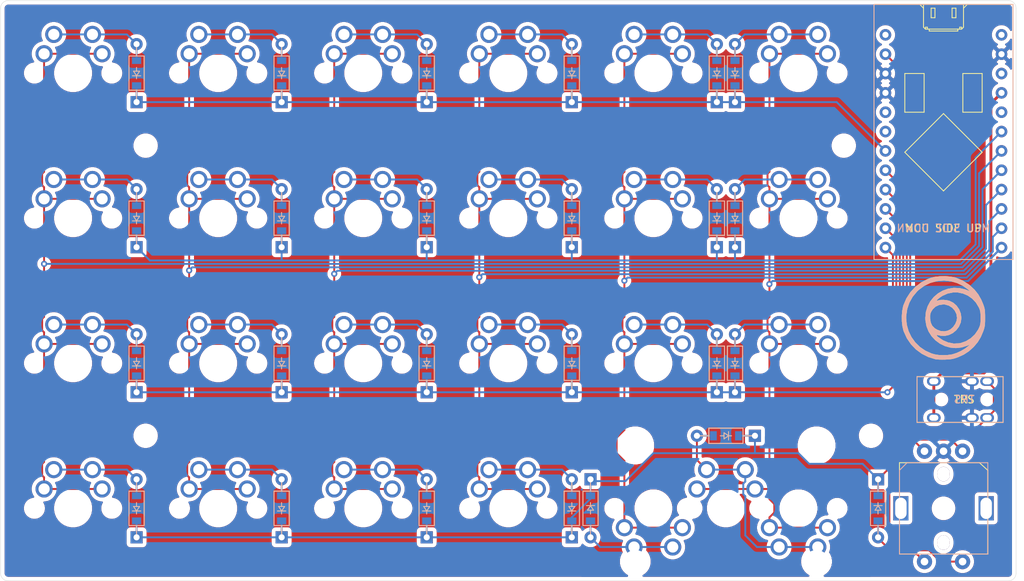
<source format=kicad_pcb>
(kicad_pcb (version 20171130) (host pcbnew "(5.1.10)-1")
  (layers (0 F.Cu signal) (31 B.Cu signal) (34 B.Paste user) (35 F.Paste user) (36 B.SilkS user) (37 F.SilkS user) (38 B.Mask user) (39 F.Mask user) (44 Edge.Cuts user))
  (net 0 "")
  (net 1 "Net-(D1-Pad2)")
  (net 2 ROW1)
  (net 3 "Net-(D2-Pad2)")
  (net 4 ROW2)
  (net 5 "Net-(D3-Pad2)")
  (net 6 ROW3)
  (net 7 "Net-(D4-Pad2)")
  (net 8 ROW4)
  (net 9 "Net-(D5-Pad2)")
  (net 10 "Net-(D6-Pad2)")
  (net 11 "Net-(D7-Pad2)")
  (net 12 "Net-(D8-Pad2)")
  (net 13 "Net-(D9-Pad2)")
  (net 14 "Net-(D10-Pad2)")
  (net 15 "Net-(D11-Pad2)")
  (net 16 "Net-(D12-Pad2)")
  (net 17 "Net-(D13-Pad2)")
  (net 18 "Net-(D14-Pad2)")
  (net 19 "Net-(D15-Pad2)")
  (net 20 "Net-(D16-Pad2)")
  (net 21 "Net-(D17-Pad2)")
  (net 22 "Net-(D18-Pad2)")
  (net 23 "Net-(D19-Pad2)")
  (net 24 "Net-(D20-Pad2)")
  (net 25 "Net-(D21-Pad2)")
  (net 26 "Net-(D22-Pad2)")
  (net 27 "Net-(D23-Pad2)")
  (net 28 VCC)
  (net 29 GND)
  (net 30 DATA)
  (net 31 COL1)
  (net 32 COL2)
  (net 33 COL3)
  (net 34 COL4)
  (net 35 COL5)
  (net 36 COL6)
  (net 37 "Net-(D24-Pad2)")
  (net 38 RA)
  (net 39 RB)
  (net 40 COL7)
  (net 41 "Net-(D25-Pad2)")
  (module Lyra:D_DO-35_SOD27_P7.62mm_Horizontal_With_SOD-123_2Sided (layer B.Cu) (at 113.371578 125.420467 90)
    (fp_text reference D20)
    (fp_text value 1N4148)
    (pad 2 smd rect (at 1.65 0 90) (size 0.9 1.2) (layers *.Paste *.Mask B.Cu) (net 24 "Net-(D20-Pad2)"))
    (pad 1 smd rect (at -1.65 0 90) (size 0.9 1.2) (layers *.Paste *.Mask B.Cu) (net 8 ROW4))
    (pad 2 thru_hole oval (at 3.81 0 90) (size 1.6 1.6) (drill 0.8) (layers *.Cu *.Mask) (net 24 "Net-(D20-Pad2)"))
    (pad 1 thru_hole rect (at -3.81 0 90) (size 1.6 1.6) (drill 0.8) (layers *.Cu *.Mask) (net 8 ROW4))
  )
  (module Lyra:D_DO-35_SOD27_P7.62mm_Horizontal_With_SOD-123_2Sided (layer B.Cu) (at 94.321578 125.420467 90)
    (fp_text reference D19)
    (fp_text value 1N4148)
    (pad 2 smd rect (at 1.65 0 90) (size 0.9 1.2) (layers *.Paste *.Mask B.Cu) (net 23 "Net-(D19-Pad2)"))
    (pad 1 smd rect (at -1.65 0 90) (size 0.9 1.2) (layers *.Paste *.Mask B.Cu) (net 8 ROW4))
    (pad 2 thru_hole oval (at 3.81 0 90) (size 1.6 1.6) (drill 0.8) (layers *.Cu *.Mask) (net 23 "Net-(D19-Pad2)"))
    (pad 1 thru_hole rect (at -3.81 0 90) (size 1.6 1.6) (drill 0.8) (layers *.Cu *.Mask) (net 8 ROW4))
  )
  (module Lyra:MXOnly-1U-NoLED-Reversible (layer F.Cu) (at 105.037323 125.420747)
    (fp_text reference MX20)
    (fp_text value MX-NoLED)
    (pad 2 thru_hole circle (at -2.54 -5.08 180) (size 2.25 2.25) (drill 1.47) (layers *.Cu *.Mask) (net 24 "Net-(D20-Pad2)"))
    (pad "" np_thru_hole circle (at -5.08 0 131.9004) (size 1.75 1.75) (drill 1.75) (layers *.Cu *.Mask))
    (pad 1 thru_hole circle (at 3.81 -2.54 180) (size 2.25 2.25) (drill 1.47) (layers *.Cu *.Mask) (net 32 COL2))
    (pad "" np_thru_hole circle (at 5.08 0 131.9004) (size 1.75 1.75) (drill 1.75) (layers *.Cu *.Mask))
    (pad "" np_thru_hole circle (at 0 0 180) (size 3.9878 3.9878) (drill 3.9878) (layers *.Cu *.Mask))
    (pad 2 thru_hole circle (at 2.54 -5.08) (size 2.25 2.25) (drill 1.47) (layers *.Cu *.Mask) (net 24 "Net-(D20-Pad2)"))
    (pad "" np_thru_hole circle (at 0 0) (size 3.9878 3.9878) (drill 3.9878) (layers *.Cu *.Mask))
    (pad 1 thru_hole circle (at -3.81 -2.54) (size 2.25 2.25) (drill 1.47) (layers *.Cu *.Mask) (net 32 COL2))
    (pad "" np_thru_hole circle (at -5.08 0 48.0996) (size 1.75 1.75) (drill 1.75) (layers *.Cu *.Mask))
    (pad "" np_thru_hole circle (at 5.08 0 48.0996) (size 1.75 1.75) (drill 1.75) (layers *.Cu *.Mask))
  )
  (module Lyra:MXOnly-1U-NoLED-Reversible (layer F.Cu) (at 85.987243 106.370667)
    (fp_text reference MX13)
    (fp_text value MX-NoLED)
    (pad 2 thru_hole circle (at -2.54 -5.08 180) (size 2.25 2.25) (drill 1.47) (layers *.Cu *.Mask) (net 17 "Net-(D13-Pad2)"))
    (pad "" np_thru_hole circle (at -5.08 0 131.9004) (size 1.75 1.75) (drill 1.75) (layers *.Cu *.Mask))
    (pad 1 thru_hole circle (at 3.81 -2.54 180) (size 2.25 2.25) (drill 1.47) (layers *.Cu *.Mask) (net 31 COL1))
    (pad "" np_thru_hole circle (at 5.08 0 131.9004) (size 1.75 1.75) (drill 1.75) (layers *.Cu *.Mask))
    (pad "" np_thru_hole circle (at 0 0 180) (size 3.9878 3.9878) (drill 3.9878) (layers *.Cu *.Mask))
    (pad 2 thru_hole circle (at 2.54 -5.08) (size 2.25 2.25) (drill 1.47) (layers *.Cu *.Mask) (net 17 "Net-(D13-Pad2)"))
    (pad "" np_thru_hole circle (at 0 0) (size 3.9878 3.9878) (drill 3.9878) (layers *.Cu *.Mask))
    (pad 1 thru_hole circle (at -3.81 -2.54) (size 2.25 2.25) (drill 1.47) (layers *.Cu *.Mask) (net 31 COL1))
    (pad "" np_thru_hole circle (at -5.08 0 48.0996) (size 1.75 1.75) (drill 1.75) (layers *.Cu *.Mask))
    (pad "" np_thru_hole circle (at 5.08 0 48.0996) (size 1.75 1.75) (drill 1.75) (layers *.Cu *.Mask))
  )
  (module Lyra:D_DO-35_SOD27_P7.62mm_Horizontal_With_SOD-123_2Sided (layer B.Cu) (at 191.69143 125.420467 270)
    (fp_text reference D25)
    (fp_text value 1N4148)
    (pad 2 smd rect (at 1.65 0 270) (size 0.9 1.2) (layers *.Paste *.Mask B.Cu) (net 41 "Net-(D25-Pad2)"))
    (pad 1 smd rect (at -1.65 0 270) (size 0.9 1.2) (layers *.Paste *.Mask B.Cu) (net 8 ROW4))
    (pad 2 thru_hole oval (at 3.81 0 270) (size 1.6 1.6) (drill 0.8) (layers *.Cu *.Mask) (net 41 "Net-(D25-Pad2)"))
    (pad 1 thru_hole rect (at -3.81 0 270) (size 1.6 1.6) (drill 0.8) (layers *.Cu *.Mask) (net 8 ROW4))
  )
  (module Lyra:D_DO-35_SOD27_P7.62mm_Horizontal_With_SOD-123_2Sided (layer B.Cu) (at 171.712203 115.895467 180)
    (fp_text reference D24)
    (fp_text value 1N4148)
    (pad 2 smd rect (at 1.65 0 180) (size 0.9 1.2) (layers *.Paste *.Mask B.Cu) (net 37 "Net-(D24-Pad2)"))
    (pad 1 smd rect (at -1.65 0 180) (size 0.9 1.2) (layers *.Paste *.Mask B.Cu) (net 8 ROW4))
    (pad 2 thru_hole oval (at 3.81 0 180) (size 1.6 1.6) (drill 0.8) (layers *.Cu *.Mask) (net 37 "Net-(D24-Pad2)"))
    (pad 1 thru_hole rect (at -3.81 0 180) (size 1.6 1.6) (drill 0.8) (layers *.Cu *.Mask) (net 8 ROW4))
  )
  (module Lyra:D_DO-35_SOD27_P7.62mm_Horizontal_With_SOD-123_2Sided (layer B.Cu) (at 153.932203 125.420467 270)
    (fp_text reference D23)
    (fp_text value 1N4148)
    (pad 2 smd rect (at 1.65 0 270) (size 0.9 1.2) (layers *.Paste *.Mask B.Cu) (net 27 "Net-(D23-Pad2)"))
    (pad 1 smd rect (at -1.65 0 270) (size 0.9 1.2) (layers *.Paste *.Mask B.Cu) (net 8 ROW4))
    (pad 2 thru_hole oval (at 3.81 0 270) (size 1.6 1.6) (drill 0.8) (layers *.Cu *.Mask) (net 27 "Net-(D23-Pad2)"))
    (pad 1 thru_hole rect (at -3.81 0 270) (size 1.6 1.6) (drill 0.8) (layers *.Cu *.Mask) (net 8 ROW4))
  )
  (module Lyra:D_DO-35_SOD27_P7.62mm_Horizontal_With_SOD-123_2Sided (layer B.Cu) (at 151.471578 125.420467 90)
    (fp_text reference D22)
    (fp_text value 1N4148)
    (pad 2 smd rect (at 1.65 0 90) (size 0.9 1.2) (layers *.Paste *.Mask B.Cu) (net 26 "Net-(D22-Pad2)"))
    (pad 1 smd rect (at -1.65 0 90) (size 0.9 1.2) (layers *.Paste *.Mask B.Cu) (net 8 ROW4))
    (pad 2 thru_hole oval (at 3.81 0 90) (size 1.6 1.6) (drill 0.8) (layers *.Cu *.Mask) (net 26 "Net-(D22-Pad2)"))
    (pad 1 thru_hole rect (at -3.81 0 90) (size 1.6 1.6) (drill 0.8) (layers *.Cu *.Mask) (net 8 ROW4))
  )
  (module Lyra:D_DO-35_SOD27_P7.62mm_Horizontal_With_SOD-123_2Sided (layer B.Cu) (at 132.421578 125.420467 90)
    (fp_text reference D21)
    (fp_text value 1N4148)
    (pad 2 smd rect (at 1.65 0 90) (size 0.9 1.2) (layers *.Paste *.Mask B.Cu) (net 25 "Net-(D21-Pad2)"))
    (pad 1 smd rect (at -1.65 0 90) (size 0.9 1.2) (layers *.Paste *.Mask B.Cu) (net 8 ROW4))
    (pad 2 thru_hole oval (at 3.81 0 90) (size 1.6 1.6) (drill 0.8) (layers *.Cu *.Mask) (net 25 "Net-(D21-Pad2)"))
    (pad 1 thru_hole rect (at -3.81 0 90) (size 1.6 1.6) (drill 0.8) (layers *.Cu *.Mask) (net 8 ROW4))
  )
  (module Lyra:D_DO-35_SOD27_P7.62mm_Horizontal_With_SOD-123_2Sided (layer B.Cu) (at 172.902781 106.370467 90)
    (fp_text reference D18)
    (fp_text value 1N4148)
    (pad 1 thru_hole rect (at -3.81 0 90) (size 1.6 1.6) (drill 0.8) (layers *.Cu *.Mask) (net 6 ROW3))
    (pad 2 thru_hole oval (at 3.81 0 90) (size 1.6 1.6) (drill 0.8) (layers *.Cu *.Mask) (net 22 "Net-(D18-Pad2)"))
    (pad 1 smd rect (at -1.65 0 90) (size 0.9 1.2) (layers *.Paste *.Mask B.Cu) (net 6 ROW3))
    (pad 2 smd rect (at 1.65 0 90) (size 0.9 1.2) (layers *.Paste *.Mask B.Cu) (net 22 "Net-(D18-Pad2)"))
  )
  (module Lyra:D_DO-35_SOD27_P7.62mm_Horizontal_With_SOD-123_2Sided (layer B.Cu) (at 170.521529 106.370467 90)
    (fp_text reference D17)
    (fp_text value 1N4148)
    (pad 1 thru_hole rect (at -3.81 0 90) (size 1.6 1.6) (drill 0.8) (layers *.Cu *.Mask) (net 6 ROW3))
    (pad 2 thru_hole oval (at 3.81 0 90) (size 1.6 1.6) (drill 0.8) (layers *.Cu *.Mask) (net 21 "Net-(D17-Pad2)"))
    (pad 1 smd rect (at -1.65 0 90) (size 0.9 1.2) (layers *.Paste *.Mask B.Cu) (net 6 ROW3))
    (pad 2 smd rect (at 1.65 0 90) (size 0.9 1.2) (layers *.Paste *.Mask B.Cu) (net 21 "Net-(D17-Pad2)"))
  )
  (module Lyra:D_DO-35_SOD27_P7.62mm_Horizontal_With_SOD-123_2Sided (layer B.Cu) (at 151.471578 106.370467 90)
    (fp_text reference D16)
    (fp_text value 1N4148)
    (pad 1 thru_hole rect (at -3.81 0 90) (size 1.6 1.6) (drill 0.8) (layers *.Cu *.Mask) (net 6 ROW3))
    (pad 2 thru_hole oval (at 3.81 0 90) (size 1.6 1.6) (drill 0.8) (layers *.Cu *.Mask) (net 20 "Net-(D16-Pad2)"))
    (pad 1 smd rect (at -1.65 0 90) (size 0.9 1.2) (layers *.Paste *.Mask B.Cu) (net 6 ROW3))
    (pad 2 smd rect (at 1.65 0 90) (size 0.9 1.2) (layers *.Paste *.Mask B.Cu) (net 20 "Net-(D16-Pad2)"))
  )
  (module Lyra:D_DO-35_SOD27_P7.62mm_Horizontal_With_SOD-123_2Sided (layer B.Cu) (at 132.421578 106.370467 90)
    (fp_text reference D15)
    (fp_text value 1N4148)
    (pad 1 thru_hole rect (at -3.81 0 90) (size 1.6 1.6) (drill 0.8) (layers *.Cu *.Mask) (net 6 ROW3))
    (pad 2 thru_hole oval (at 3.81 0 90) (size 1.6 1.6) (drill 0.8) (layers *.Cu *.Mask) (net 19 "Net-(D15-Pad2)"))
    (pad 1 smd rect (at -1.65 0 90) (size 0.9 1.2) (layers *.Paste *.Mask B.Cu) (net 6 ROW3))
    (pad 2 smd rect (at 1.65 0 90) (size 0.9 1.2) (layers *.Paste *.Mask B.Cu) (net 19 "Net-(D15-Pad2)"))
  )
  (module Lyra:D_DO-35_SOD27_P7.62mm_Horizontal_With_SOD-123_2Sided (layer B.Cu) (at 113.371578 106.370467 90)
    (fp_text reference D14)
    (fp_text value 1N4148)
    (pad 1 thru_hole rect (at -3.81 0 90) (size 1.6 1.6) (drill 0.8) (layers *.Cu *.Mask) (net 6 ROW3))
    (pad 2 thru_hole oval (at 3.81 0 90) (size 1.6 1.6) (drill 0.8) (layers *.Cu *.Mask) (net 18 "Net-(D14-Pad2)"))
    (pad 1 smd rect (at -1.65 0 90) (size 0.9 1.2) (layers *.Paste *.Mask B.Cu) (net 6 ROW3))
    (pad 2 smd rect (at 1.65 0 90) (size 0.9 1.2) (layers *.Paste *.Mask B.Cu) (net 18 "Net-(D14-Pad2)"))
  )
  (module Lyra:D_DO-35_SOD27_P7.62mm_Horizontal_With_SOD-123_2Sided (layer B.Cu) (at 94.321578 106.370467 90)
    (fp_text reference D13)
    (fp_text value 1N4148)
    (pad 1 thru_hole rect (at -3.81 0 90) (size 1.6 1.6) (drill 0.8) (layers *.Cu *.Mask) (net 6 ROW3))
    (pad 2 thru_hole oval (at 3.81 0 90) (size 1.6 1.6) (drill 0.8) (layers *.Cu *.Mask) (net 17 "Net-(D13-Pad2)"))
    (pad 1 smd rect (at -1.65 0 90) (size 0.9 1.2) (layers *.Paste *.Mask B.Cu) (net 6 ROW3))
    (pad 2 smd rect (at 1.65 0 90) (size 0.9 1.2) (layers *.Paste *.Mask B.Cu) (net 17 "Net-(D13-Pad2)"))
  )
  (module Lyra:D_DO-35_SOD27_P7.62mm_Horizontal_With_SOD-123_2Sided (layer B.Cu) (at 172.902828 87.320467 90)
    (fp_text reference D12)
    (fp_text value 1N4148)
    (pad 2 smd rect (at 1.65 0 90) (size 0.9 1.2) (layers *.Paste *.Mask B.Cu) (net 16 "Net-(D12-Pad2)"))
    (pad 1 smd rect (at -1.65 0 90) (size 0.9 1.2) (layers *.Paste *.Mask B.Cu) (net 4 ROW2))
    (pad 2 thru_hole oval (at 3.81 0 90) (size 1.6 1.6) (drill 0.8) (layers *.Cu *.Mask) (net 16 "Net-(D12-Pad2)"))
    (pad 1 thru_hole rect (at -3.81 0 90) (size 1.6 1.6) (drill 0.8) (layers *.Cu *.Mask) (net 4 ROW2))
  )
  (module Lyra:D_DO-35_SOD27_P7.62mm_Horizontal_With_SOD-123_2Sided (layer B.Cu) (at 170.521578 87.320467 90)
    (fp_text reference D11)
    (fp_text value 1N4148)
    (pad 2 smd rect (at 1.65 0 90) (size 0.9 1.2) (layers *.Paste *.Mask B.Cu) (net 15 "Net-(D11-Pad2)"))
    (pad 1 smd rect (at -1.65 0 90) (size 0.9 1.2) (layers *.Paste *.Mask B.Cu) (net 4 ROW2))
    (pad 2 thru_hole oval (at 3.81 0 90) (size 1.6 1.6) (drill 0.8) (layers *.Cu *.Mask) (net 15 "Net-(D11-Pad2)"))
    (pad 1 thru_hole rect (at -3.81 0 90) (size 1.6 1.6) (drill 0.8) (layers *.Cu *.Mask) (net 4 ROW2))
  )
  (module Lyra:D_DO-35_SOD27_P7.62mm_Horizontal_With_SOD-123_2Sided (layer B.Cu) (at 151.471578 87.320467 90)
    (fp_text reference D10)
    (fp_text value 1N4148)
    (pad 2 smd rect (at 1.65 0 90) (size 0.9 1.2) (layers *.Paste *.Mask B.Cu) (net 14 "Net-(D10-Pad2)"))
    (pad 1 smd rect (at -1.65 0 90) (size 0.9 1.2) (layers *.Paste *.Mask B.Cu) (net 4 ROW2))
    (pad 2 thru_hole oval (at 3.81 0 90) (size 1.6 1.6) (drill 0.8) (layers *.Cu *.Mask) (net 14 "Net-(D10-Pad2)"))
    (pad 1 thru_hole rect (at -3.81 0 90) (size 1.6 1.6) (drill 0.8) (layers *.Cu *.Mask) (net 4 ROW2))
  )
  (module Lyra:D_DO-35_SOD27_P7.62mm_Horizontal_With_SOD-123_2Sided (layer B.Cu) (at 132.421578 87.320467 90)
    (fp_text reference D9)
    (fp_text value 1N4148)
    (pad 2 smd rect (at 1.65 0 90) (size 0.9 1.2) (layers *.Paste *.Mask B.Cu) (net 13 "Net-(D9-Pad2)"))
    (pad 1 smd rect (at -1.65 0 90) (size 0.9 1.2) (layers *.Paste *.Mask B.Cu) (net 4 ROW2))
    (pad 2 thru_hole oval (at 3.81 0 90) (size 1.6 1.6) (drill 0.8) (layers *.Cu *.Mask) (net 13 "Net-(D9-Pad2)"))
    (pad 1 thru_hole rect (at -3.81 0 90) (size 1.6 1.6) (drill 0.8) (layers *.Cu *.Mask) (net 4 ROW2))
  )
  (module Lyra:D_DO-35_SOD27_P7.62mm_Horizontal_With_SOD-123_2Sided (layer B.Cu) (at 113.371576 87.320467 90)
    (fp_text reference D8)
    (fp_text value 1N4148)
    (pad 2 smd rect (at 1.65 0 90) (size 0.9 1.2) (layers *.Paste *.Mask B.Cu) (net 12 "Net-(D8-Pad2)"))
    (pad 1 smd rect (at -1.65 0 90) (size 0.9 1.2) (layers *.Paste *.Mask B.Cu) (net 4 ROW2))
    (pad 2 thru_hole oval (at 3.81 0 90) (size 1.6 1.6) (drill 0.8) (layers *.Cu *.Mask) (net 12 "Net-(D8-Pad2)"))
    (pad 1 thru_hole rect (at -3.81 0 90) (size 1.6 1.6) (drill 0.8) (layers *.Cu *.Mask) (net 4 ROW2))
  )
  (module Lyra:D_DO-35_SOD27_P7.62mm_Horizontal_With_SOD-123_2Sided (layer B.Cu) (at 94.321578 87.320467 90)
    (fp_text reference D7)
    (fp_text value 1N4148)
    (pad 2 smd rect (at 1.65 0 90) (size 0.9 1.2) (layers *.Paste *.Mask B.Cu) (net 11 "Net-(D7-Pad2)"))
    (pad 1 smd rect (at -1.65 0 90) (size 0.9 1.2) (layers *.Paste *.Mask B.Cu) (net 4 ROW2))
    (pad 2 thru_hole oval (at 3.81 0 90) (size 1.6 1.6) (drill 0.8) (layers *.Cu *.Mask) (net 11 "Net-(D7-Pad2)"))
    (pad 1 thru_hole rect (at -3.81 0 90) (size 1.6 1.6) (drill 0.8) (layers *.Cu *.Mask) (net 4 ROW2))
  )
  (module Lyra:D_DO-35_SOD27_P7.62mm_Horizontal_With_SOD-123_2Sided (layer B.Cu) (at 172.902828 68.270467 90)
    (fp_text reference D6)
    (fp_text value 1N4148)
    (pad 1 thru_hole rect (at -3.81 0 90) (size 1.6 1.6) (drill 0.8) (layers *.Cu *.Mask) (net 2 ROW1))
    (pad 2 thru_hole oval (at 3.81 0 90) (size 1.6 1.6) (drill 0.8) (layers *.Cu *.Mask) (net 10 "Net-(D6-Pad2)"))
    (pad 1 smd rect (at -1.65 0 90) (size 0.9 1.2) (layers *.Paste *.Mask B.Cu) (net 2 ROW1))
    (pad 2 smd rect (at 1.65 0 90) (size 0.9 1.2) (layers *.Paste *.Mask B.Cu) (net 10 "Net-(D6-Pad2)"))
  )
  (module Lyra:D_DO-35_SOD27_P7.62mm_Horizontal_With_SOD-123_2Sided (layer B.Cu) (at 170.521578 68.270467 90)
    (fp_text reference D5)
    (fp_text value 1N4148)
    (pad 1 thru_hole rect (at -3.81 0 90) (size 1.6 1.6) (drill 0.8) (layers *.Cu *.Mask) (net 2 ROW1))
    (pad 2 thru_hole oval (at 3.81 0 90) (size 1.6 1.6) (drill 0.8) (layers *.Cu *.Mask) (net 9 "Net-(D5-Pad2)"))
    (pad 1 smd rect (at -1.65 0 90) (size 0.9 1.2) (layers *.Paste *.Mask B.Cu) (net 2 ROW1))
    (pad 2 smd rect (at 1.65 0 90) (size 0.9 1.2) (layers *.Paste *.Mask B.Cu) (net 9 "Net-(D5-Pad2)"))
  )
  (module Lyra:D_DO-35_SOD27_P7.62mm_Horizontal_With_SOD-123_2Sided (layer B.Cu) (at 151.471578 68.270467 90)
    (fp_text reference D4)
    (fp_text value 1N4148)
    (pad 1 thru_hole rect (at -3.81 0 90) (size 1.6 1.6) (drill 0.8) (layers *.Cu *.Mask) (net 2 ROW1))
    (pad 2 thru_hole oval (at 3.81 0 90) (size 1.6 1.6) (drill 0.8) (layers *.Cu *.Mask) (net 7 "Net-(D4-Pad2)"))
    (pad 1 smd rect (at -1.65 0 90) (size 0.9 1.2) (layers *.Paste *.Mask B.Cu) (net 2 ROW1))
    (pad 2 smd rect (at 1.65 0 90) (size 0.9 1.2) (layers *.Paste *.Mask B.Cu) (net 7 "Net-(D4-Pad2)"))
  )
  (module Lyra:D_DO-35_SOD27_P7.62mm_Horizontal_With_SOD-123_2Sided (layer B.Cu) (at 132.421578 68.270467 90)
    (fp_text reference D3)
    (fp_text value 1N4148)
    (pad 1 thru_hole rect (at -3.81 0 90) (size 1.6 1.6) (drill 0.8) (layers *.Cu *.Mask) (net 2 ROW1))
    (pad 2 thru_hole oval (at 3.81 0 90) (size 1.6 1.6) (drill 0.8) (layers *.Cu *.Mask) (net 5 "Net-(D3-Pad2)"))
    (pad 1 smd rect (at -1.65 0 90) (size 0.9 1.2) (layers *.Paste *.Mask B.Cu) (net 2 ROW1))
    (pad 2 smd rect (at 1.65 0 90) (size 0.9 1.2) (layers *.Paste *.Mask B.Cu) (net 5 "Net-(D3-Pad2)"))
  )
  (module Lyra:D_DO-35_SOD27_P7.62mm_Horizontal_With_SOD-123_2Sided (layer B.Cu) (at 113.371578 68.270467 90)
    (fp_text reference D2)
    (fp_text value 1N4148)
    (pad 1 thru_hole rect (at -3.81 0 90) (size 1.6 1.6) (drill 0.8) (layers *.Cu *.Mask) (net 2 ROW1))
    (pad 2 thru_hole oval (at 3.81 0 90) (size 1.6 1.6) (drill 0.8) (layers *.Cu *.Mask) (net 3 "Net-(D2-Pad2)"))
    (pad 1 smd rect (at -1.65 0 90) (size 0.9 1.2) (layers *.Paste *.Mask B.Cu) (net 2 ROW1))
    (pad 2 smd rect (at 1.65 0 90) (size 0.9 1.2) (layers *.Paste *.Mask B.Cu) (net 3 "Net-(D2-Pad2)"))
  )
  (module Lyra:D_DO-35_SOD27_P7.62mm_Horizontal_With_SOD-123_2Sided (layer B.Cu) (at 94.321578 68.270467 90)
    (fp_text reference D1)
    (fp_text value 1N4148)
    (pad 1 thru_hole rect (at -3.81 0 90) (size 1.6 1.6) (drill 0.8) (layers *.Cu *.Mask) (net 2 ROW1))
    (pad 2 thru_hole oval (at 3.81 0 90) (size 1.6 1.6) (drill 0.8) (layers *.Cu *.Mask) (net 1 "Net-(D1-Pad2)"))
    (pad 1 smd rect (at -1.65 0 90) (size 0.9 1.2) (layers *.Paste *.Mask B.Cu) (net 2 ROW1))
    (pad 2 smd rect (at 1.65 0 90) (size 0.9 1.2) (layers *.Paste *.Mask B.Cu) (net 1 "Net-(D1-Pad2)"))
  )
  (module Lyra:MXOnly-1U-NoLED-Reversible (layer F.Cu) (at 162.187203 106.370531)
    (fp_text reference MX17)
    (fp_text value MX-NoLED)
    (pad 2 thru_hole circle (at -2.54 -5.08 180) (size 2.25 2.25) (drill 1.47) (layers *.Cu *.Mask) (net 21 "Net-(D17-Pad2)"))
    (pad "" np_thru_hole circle (at -5.08 0 131.9004) (size 1.75 1.75) (drill 1.75) (layers *.Cu *.Mask))
    (pad 1 thru_hole circle (at 3.81 -2.54 180) (size 2.25 2.25) (drill 1.47) (layers *.Cu *.Mask) (net 35 COL5))
    (pad "" np_thru_hole circle (at 5.08 0 131.9004) (size 1.75 1.75) (drill 1.75) (layers *.Cu *.Mask))
    (pad "" np_thru_hole circle (at 0 0 180) (size 3.9878 3.9878) (drill 3.9878) (layers *.Cu *.Mask))
    (pad 2 thru_hole circle (at 2.54 -5.08) (size 2.25 2.25) (drill 1.47) (layers *.Cu *.Mask) (net 21 "Net-(D17-Pad2)"))
    (pad "" np_thru_hole circle (at 0 0) (size 3.9878 3.9878) (drill 3.9878) (layers *.Cu *.Mask))
    (pad 1 thru_hole circle (at -3.81 -2.54) (size 2.25 2.25) (drill 1.47) (layers *.Cu *.Mask) (net 35 COL5))
    (pad "" np_thru_hole circle (at -5.08 0 48.0996) (size 1.75 1.75) (drill 1.75) (layers *.Cu *.Mask))
    (pad "" np_thru_hole circle (at 5.08 0 48.0996) (size 1.75 1.75) (drill 1.75) (layers *.Cu *.Mask))
  )
  (module Lyra:MXOnly-1U-NoLED-Reversible (layer F.Cu) (at 124.087403 87.320587)
    (fp_text reference MX9)
    (fp_text value MX-NoLED)
    (pad 2 thru_hole circle (at -2.54 -5.08 180) (size 2.25 2.25) (drill 1.47) (layers *.Cu *.Mask) (net 13 "Net-(D9-Pad2)"))
    (pad "" np_thru_hole circle (at -5.08 0 131.9004) (size 1.75 1.75) (drill 1.75) (layers *.Cu *.Mask))
    (pad 1 thru_hole circle (at 3.81 -2.54 180) (size 2.25 2.25) (drill 1.47) (layers *.Cu *.Mask) (net 33 COL3))
    (pad "" np_thru_hole circle (at 5.08 0 131.9004) (size 1.75 1.75) (drill 1.75) (layers *.Cu *.Mask))
    (pad "" np_thru_hole circle (at 0 0 180) (size 3.9878 3.9878) (drill 3.9878) (layers *.Cu *.Mask))
    (pad 2 thru_hole circle (at 2.54 -5.08) (size 2.25 2.25) (drill 1.47) (layers *.Cu *.Mask) (net 13 "Net-(D9-Pad2)"))
    (pad "" np_thru_hole circle (at 0 0) (size 3.9878 3.9878) (drill 3.9878) (layers *.Cu *.Mask))
    (pad 1 thru_hole circle (at -3.81 -2.54) (size 2.25 2.25) (drill 1.47) (layers *.Cu *.Mask) (net 33 COL3))
    (pad "" np_thru_hole circle (at -5.08 0 48.0996) (size 1.75 1.75) (drill 1.75) (layers *.Cu *.Mask))
    (pad "" np_thru_hole circle (at 5.08 0 48.0996) (size 1.75 1.75) (drill 1.75) (layers *.Cu *.Mask))
  )
  (module Lyra:RotaryEncoder_Alps_EC11K-Switch_Vertical_H20mm_TwoSided (layer F.Cu) (at 200.287187 125.420747 270)
    (fp_text reference ENC1)
    (fp_text value EC11K152406)
    (pad "" np_thru_hole roundrect (at -4.5 0 270) (size 1.9 1.6) (drill oval 1.9 1.6) (layers *.Cu *.Mask) (roundrect_rratio 0.5))
    (pad "" np_thru_hole roundrect (at 4.5 0 270) (size 1.9 1.6) (drill oval 1.9 1.6) (layers *.Cu *.Mask) (roundrect_rratio 0.5))
    (pad "" np_thru_hole circle (at 0 0 270) (size 2.1 2.1) (drill 2.1) (layers *.Cu *.Mask))
    (pad A thru_hole circle (at -7.5 -2.5 270) (size 2 2) (drill 1) (layers *.Cu *.Mask) (net 38 RA))
    (pad C thru_hole circle (at -7.5 0 270) (size 2 2) (drill 1) (layers *.Cu *.Mask) (net 29 GND))
    (pad B thru_hole circle (at -7.5 2.5 270) (size 2 2) (drill 1) (layers *.Cu *.Mask) (net 39 RB))
    (pad MP thru_hole rect (at 0 -5.6 270) (size 3.2 2) (drill oval 2.8 1.5) (layers *.Cu *.Mask))
    (pad MP thru_hole rect (at 0 5.6 270) (size 3.2 2) (drill oval 2.8 1.5) (layers *.Cu *.Mask))
    (pad S2 thru_hole circle (at 7 -2.5 270) (size 2 2) (drill 1) (layers *.Cu *.Mask) (net 40 COL7))
    (pad S1 thru_hole circle (at 7 2.5 270) (size 2 2) (drill 1) (layers *.Cu *.Mask) (net 41 "Net-(D25-Pad2)"))
  )
  (module Lyra:ProMicro_TwoSided (layer F.Cu) (at 200.287179 59.245491)
    (fp_text reference U1 hide)
    (fp_text value ProMicro hide)
    (fp_text user "MCU SIDE UP" (at -0.005 29.4) (layer F.SilkS))
    (fp_text user "MCU SIDE DOWN" (at -0.005 29.4) (layer B.SilkS) (effects (justify mirror)))
    (pad 1 thru_hole circle (at -7.625 4) (size 1.524 1.524) (drill 0.8128) (layers *.Cu *.Mask))
    (pad 2 thru_hole circle (at -7.625 6.54) (size 1.524 1.524) (drill 0.8128) (layers *.Cu *.Mask) (net 30 DATA))
    (pad 3 thru_hole circle (at -7.625 9.08) (size 1.524 1.524) (drill 0.8128) (layers *.Cu *.Mask) (net 29 GND))
    (pad 4 thru_hole circle (at -7.625 11.62) (size 1.524 1.524) (drill 0.8128) (layers *.Cu *.Mask) (net 29 GND))
    (pad 5 thru_hole circle (at -7.625 14.16) (size 1.524 1.524) (drill 0.8128) (layers *.Cu *.Mask))
    (pad 6 thru_hole circle (at -7.625 16.7) (size 1.524 1.524) (drill 0.8128) (layers *.Cu *.Mask))
    (pad 7 thru_hole circle (at -7.625 19.24) (size 1.524 1.524) (drill 0.8128) (layers *.Cu *.Mask) (net 2 ROW1))
    (pad 8 thru_hole circle (at -7.625 21.78) (size 1.524 1.524) (drill 0.8128) (layers *.Cu *.Mask) (net 38 RA))
    (pad 9 thru_hole circle (at -7.625 24.32) (size 1.524 1.524) (drill 0.8128) (layers *.Cu *.Mask) (net 39 RB))
    (pad 10 thru_hole circle (at -7.625 26.86) (size 1.524 1.524) (drill 0.8128) (layers *.Cu *.Mask) (net 40 COL7))
    (pad 11 thru_hole circle (at -7.625 29.4) (size 1.524 1.524) (drill 0.8128) (layers *.Cu *.Mask) (net 8 ROW4))
    (pad 12 thru_hole circle (at -7.625 31.94) (size 1.524 1.524) (drill 0.8128) (layers *.Cu *.Mask) (net 6 ROW3))
    (pad 13 thru_hole circle (at 7.615 31.94) (size 1.524 1.524) (drill 0.8128) (layers *.Cu *.Mask) (net 36 COL6))
    (pad 14 thru_hole circle (at 7.615 29.4) (size 1.524 1.524) (drill 0.8128) (layers *.Cu *.Mask) (net 35 COL5))
    (pad 15 thru_hole circle (at 7.615 26.86) (size 1.524 1.524) (drill 0.8128) (layers *.Cu *.Mask) (net 34 COL4))
    (pad 16 thru_hole circle (at 7.615 24.32) (size 1.524 1.524) (drill 0.8128) (layers *.Cu *.Mask) (net 33 COL3))
    (pad 17 thru_hole circle (at 7.615 21.78) (size 1.524 1.524) (drill 0.8128) (layers *.Cu *.Mask) (net 32 COL2))
    (pad 18 thru_hole circle (at 7.615 19.24) (size 1.524 1.524) (drill 0.8128) (layers *.Cu *.Mask) (net 31 COL1))
    (pad 19 thru_hole circle (at 7.615 16.7) (size 1.524 1.524) (drill 0.8128) (layers *.Cu *.Mask) (net 4 ROW2))
    (pad 20 thru_hole circle (at 7.615 14.16) (size 1.524 1.524) (drill 0.8128) (layers *.Cu *.Mask))
    (pad 21 thru_hole circle (at 7.615 11.62) (size 1.524 1.524) (drill 0.8128) (layers *.Cu *.Mask) (net 28 VCC))
    (pad 22 thru_hole circle (at 7.615 9.08) (size 1.524 1.524) (drill 0.8128) (layers *.Cu *.Mask))
    (pad 23 thru_hole circle (at 7.615 6.54) (size 1.524 1.524) (drill 0.8128) (layers *.Cu *.Mask) (net 29 GND))
    (pad 24 thru_hole circle (at 7.615 4) (size 1.524 1.524) (drill 0.8128) (layers *.Cu *.Mask))
  )
  (module Lyra:PJ320-Reversible (layer F.Cu) (at 208.112763 111.133187 180)
    (fp_text reference J1)
    (fp_text value PJ320)
    (fp_text user TRS (at 5.1 0) (layer F.SilkS))
    (fp_text user TRS (at 5.1 0) (layer B.SilkS) (effects (justify mirror)))
    (pad "" np_thru_hole circle (at 2.1 0 180) (size 0.8 0.8) (drill 0.8) (layers *.Cu *.Mask))
    (pad "" np_thru_hole circle (at 8.1 0 180) (size 0.8 0.8) (drill 0.8) (layers *.Cu *.Mask))
    (pad 1 thru_hole oval (at 2.1 2.4 180) (size 1.8 1.2) (drill oval 1.2 0.8) (layers *.Cu *.Mask) (net 30 DATA))
    (pad 1 thru_hole oval (at 2.1 -2.4 180) (size 1.8 1.2) (drill oval 1.2 0.8) (layers *.Cu *.Mask) (net 30 DATA))
    (pad 2 thru_hole oval (at 4.1 2.4 180) (size 1.8 1.2) (drill oval 1.2 0.8) (layers *.Cu *.Mask) (net 29 GND))
    (pad 2 thru_hole oval (at 4.1 -2.4 180) (size 1.8 1.2) (drill oval 1.2 0.8) (layers *.Cu *.Mask) (net 29 GND))
    (pad 3 thru_hole oval (at 9.1 -2.4 180) (size 1.8 1.2) (drill oval 1.2 0.8) (layers *.Cu *.Mask) (net 28 VCC))
    (pad 3 thru_hole oval (at 9.1 2.4 180) (size 1.8 1.2) (drill oval 1.2 0.8) (layers *.Cu *.Mask) (net 28 VCC))
  )
  (module MountingHole:MountingHole_2.2mm_M2 (layer F.Cu) (at 190.762683 115.895707)
    (fp_text reference H4)
    (fp_text value M2)
    (pad 1 np_thru_hole circle (at 0 0) (size 2.2 2.2) (drill 2.2) (layers *.Cu *.Mask))
  )
  (module MountingHole:MountingHole_2.2mm_M2 (layer F.Cu) (at 187.190793 77.795547)
    (fp_text reference H3)
    (fp_text value M2)
    (pad 1 np_thru_hole circle (at 0 0) (size 2.2 2.2) (drill 2.2) (layers *.Cu *.Mask))
  )
  (module MountingHole:MountingHole_2.2mm_M2 (layer F.Cu) (at 95.512283 115.895707)
    (fp_text reference H2)
    (fp_text value M2)
    (pad 1 np_thru_hole circle (at 0 0) (size 2.2 2.2) (drill 2.2) (layers *.Cu *.Mask))
  )
  (module MountingHole:MountingHole_2.2mm_M2 (layer F.Cu) (at 95.512283 77.795547)
    (fp_text reference H1)
    (fp_text value M2)
    (pad 1 np_thru_hole circle (at 0 0) (size 2.2 2.2) (drill 2.2) (layers *.Cu *.Mask))
  )
  (module Lyra:Lyra_Icon_11mm (layer F.Cu) (at 200.287179 100.417517)
    (fp_text reference H5 hide)
    (fp_text value Lyra_Logo_11mm hide)
  )
  (module Lyra:MXOnly-2U-ReversedStabilizers-NoLED-Reversible (layer F.Cu) (at 171.712203 125.420467)
    (fp_text reference MX25)
    (fp_text value MX-NoLED)
    (pad 2 thru_hole circle (at -2.54 -5.08 180) (size 2.25 2.25) (drill 1.47) (layers *.Cu *.Mask) (net 37 "Net-(D24-Pad2)"))
    (pad "" np_thru_hole circle (at -5.08 0 131.9004) (size 1.75 1.75) (drill 1.75) (layers *.Cu *.Mask))
    (pad 1 thru_hole circle (at 3.81 -2.54 180) (size 2.25 2.25) (drill 1.47) (layers *.Cu *.Mask) (net 36 COL6))
    (pad "" np_thru_hole circle (at 5.08 0 131.9004) (size 1.75 1.75) (drill 1.75) (layers *.Cu *.Mask))
    (pad "" np_thru_hole circle (at 0 0 180) (size 3.9878 3.9878) (drill 3.9878) (layers *.Cu *.Mask))
    (pad 2 thru_hole circle (at 2.54 -5.08) (size 2.25 2.25) (drill 1.47) (layers *.Cu *.Mask) (net 37 "Net-(D24-Pad2)"))
    (pad "" np_thru_hole circle (at 0 0) (size 3.9878 3.9878) (drill 3.9878) (layers *.Cu *.Mask))
    (pad 1 thru_hole circle (at -3.81 -2.54) (size 2.25 2.25) (drill 1.47) (layers *.Cu *.Mask) (net 36 COL6))
    (pad "" np_thru_hole circle (at -5.08 0 48.0996) (size 1.75 1.75) (drill 1.75) (layers *.Cu *.Mask))
    (pad "" np_thru_hole circle (at 5.08 0 48.0996) (size 1.75 1.75) (drill 1.75) (layers *.Cu *.Mask))
    (pad "" np_thru_hole circle (at -11.90625 6.985) (size 3.048 3.048) (drill 3.048) (layers *.Cu *.Mask))
    (pad "" np_thru_hole circle (at 11.90625 6.985) (size 3.048 3.048) (drill 3.048) (layers *.Cu *.Mask))
    (pad "" np_thru_hole circle (at -11.90625 -8.255) (size 3.9878 3.9878) (drill 3.9878) (layers *.Cu *.Mask))
    (pad "" np_thru_hole circle (at 11.90625 -8.255) (size 3.9878 3.9878) (drill 3.9878) (layers *.Cu *.Mask))
  )
  (module Lyra:MXOnly-1U-NoLED-Reversible (layer F.Cu) (at 181.237203 125.420467 180)
    (fp_text reference MX24)
    (fp_text value MX-NoLED)
    (pad 2 thru_hole circle (at -2.54 -5.08) (size 2.25 2.25) (drill 1.47) (layers *.Cu *.Mask) (net 37 "Net-(D24-Pad2)"))
    (pad "" np_thru_hole circle (at -5.08 0 311.9004) (size 1.75 1.75) (drill 1.75) (layers *.Cu *.Mask))
    (pad 1 thru_hole circle (at 3.81 -2.54) (size 2.25 2.25) (drill 1.47) (layers *.Cu *.Mask) (net 36 COL6))
    (pad "" np_thru_hole circle (at 5.08 0 311.9004) (size 1.75 1.75) (drill 1.75) (layers *.Cu *.Mask))
    (pad "" np_thru_hole circle (at 0 0) (size 3.9878 3.9878) (drill 3.9878) (layers *.Cu *.Mask))
    (pad 2 thru_hole circle (at 2.54 -5.08 180) (size 2.25 2.25) (drill 1.47) (layers *.Cu *.Mask) (net 37 "Net-(D24-Pad2)"))
    (pad "" np_thru_hole circle (at 0 0 180) (size 3.9878 3.9878) (drill 3.9878) (layers *.Cu *.Mask))
    (pad 1 thru_hole circle (at -3.81 -2.54 180) (size 2.25 2.25) (drill 1.47) (layers *.Cu *.Mask) (net 36 COL6))
    (pad "" np_thru_hole circle (at -5.08 0 228.0996) (size 1.75 1.75) (drill 1.75) (layers *.Cu *.Mask))
    (pad "" np_thru_hole circle (at 5.08 0 228.0996) (size 1.75 1.75) (drill 1.75) (layers *.Cu *.Mask))
  )
  (module Lyra:MXOnly-1U-NoLED-Reversible (layer F.Cu) (at 162.187203 125.420467 180)
    (fp_text reference MX23)
    (fp_text value MX-NoLED)
    (pad 2 thru_hole circle (at -2.54 -5.08) (size 2.25 2.25) (drill 1.47) (layers *.Cu *.Mask) (net 27 "Net-(D23-Pad2)"))
    (pad "" np_thru_hole circle (at -5.08 0 311.9004) (size 1.75 1.75) (drill 1.75) (layers *.Cu *.Mask))
    (pad 1 thru_hole circle (at 3.81 -2.54) (size 2.25 2.25) (drill 1.47) (layers *.Cu *.Mask) (net 35 COL5))
    (pad "" np_thru_hole circle (at 5.08 0 311.9004) (size 1.75 1.75) (drill 1.75) (layers *.Cu *.Mask))
    (pad "" np_thru_hole circle (at 0 0) (size 3.9878 3.9878) (drill 3.9878) (layers *.Cu *.Mask))
    (pad 2 thru_hole circle (at 2.54 -5.08 180) (size 2.25 2.25) (drill 1.47) (layers *.Cu *.Mask) (net 27 "Net-(D23-Pad2)"))
    (pad "" np_thru_hole circle (at 0 0 180) (size 3.9878 3.9878) (drill 3.9878) (layers *.Cu *.Mask))
    (pad 1 thru_hole circle (at -3.81 -2.54 180) (size 2.25 2.25) (drill 1.47) (layers *.Cu *.Mask) (net 35 COL5))
    (pad "" np_thru_hole circle (at -5.08 0 228.0996) (size 1.75 1.75) (drill 1.75) (layers *.Cu *.Mask))
    (pad "" np_thru_hole circle (at 5.08 0 228.0996) (size 1.75 1.75) (drill 1.75) (layers *.Cu *.Mask))
  )
  (module Lyra:MXOnly-1U-NoLED-Reversible (layer F.Cu) (at 143.137483 125.420747)
    (fp_text reference MX22)
    (fp_text value MX-NoLED)
    (pad 2 thru_hole circle (at -2.54 -5.08 180) (size 2.25 2.25) (drill 1.47) (layers *.Cu *.Mask) (net 26 "Net-(D22-Pad2)"))
    (pad "" np_thru_hole circle (at -5.08 0 131.9004) (size 1.75 1.75) (drill 1.75) (layers *.Cu *.Mask))
    (pad 1 thru_hole circle (at 3.81 -2.54 180) (size 2.25 2.25) (drill 1.47) (layers *.Cu *.Mask) (net 34 COL4))
    (pad "" np_thru_hole circle (at 5.08 0 131.9004) (size 1.75 1.75) (drill 1.75) (layers *.Cu *.Mask))
    (pad "" np_thru_hole circle (at 0 0 180) (size 3.9878 3.9878) (drill 3.9878) (layers *.Cu *.Mask))
    (pad 2 thru_hole circle (at 2.54 -5.08) (size 2.25 2.25) (drill 1.47) (layers *.Cu *.Mask) (net 26 "Net-(D22-Pad2)"))
    (pad "" np_thru_hole circle (at 0 0) (size 3.9878 3.9878) (drill 3.9878) (layers *.Cu *.Mask))
    (pad 1 thru_hole circle (at -3.81 -2.54) (size 2.25 2.25) (drill 1.47) (layers *.Cu *.Mask) (net 34 COL4))
    (pad "" np_thru_hole circle (at -5.08 0 48.0996) (size 1.75 1.75) (drill 1.75) (layers *.Cu *.Mask))
    (pad "" np_thru_hole circle (at 5.08 0 48.0996) (size 1.75 1.75) (drill 1.75) (layers *.Cu *.Mask))
  )
  (module Lyra:MXOnly-1U-NoLED-Reversible (layer F.Cu) (at 124.087403 125.420747)
    (fp_text reference MX21)
    (fp_text value MX-NoLED)
    (pad 2 thru_hole circle (at -2.54 -5.08 180) (size 2.25 2.25) (drill 1.47) (layers *.Cu *.Mask) (net 25 "Net-(D21-Pad2)"))
    (pad "" np_thru_hole circle (at -5.08 0 131.9004) (size 1.75 1.75) (drill 1.75) (layers *.Cu *.Mask))
    (pad 1 thru_hole circle (at 3.81 -2.54 180) (size 2.25 2.25) (drill 1.47) (layers *.Cu *.Mask) (net 33 COL3))
    (pad "" np_thru_hole circle (at 5.08 0 131.9004) (size 1.75 1.75) (drill 1.75) (layers *.Cu *.Mask))
    (pad "" np_thru_hole circle (at 0 0 180) (size 3.9878 3.9878) (drill 3.9878) (layers *.Cu *.Mask))
    (pad 2 thru_hole circle (at 2.54 -5.08) (size 2.25 2.25) (drill 1.47) (layers *.Cu *.Mask) (net 25 "Net-(D21-Pad2)"))
    (pad "" np_thru_hole circle (at 0 0) (size 3.9878 3.9878) (drill 3.9878) (layers *.Cu *.Mask))
    (pad 1 thru_hole circle (at -3.81 -2.54) (size 2.25 2.25) (drill 1.47) (layers *.Cu *.Mask) (net 33 COL3))
    (pad "" np_thru_hole circle (at -5.08 0 48.0996) (size 1.75 1.75) (drill 1.75) (layers *.Cu *.Mask))
    (pad "" np_thru_hole circle (at 5.08 0 48.0996) (size 1.75 1.75) (drill 1.75) (layers *.Cu *.Mask))
  )
  (module Lyra:MXOnly-1U-NoLED-Reversible (layer F.Cu) (at 85.987243 125.420747)
    (fp_text reference MX19)
    (fp_text value MX-NoLED)
    (pad 2 thru_hole circle (at -2.54 -5.08 180) (size 2.25 2.25) (drill 1.47) (layers *.Cu *.Mask) (net 23 "Net-(D19-Pad2)"))
    (pad "" np_thru_hole circle (at -5.08 0 131.9004) (size 1.75 1.75) (drill 1.75) (layers *.Cu *.Mask))
    (pad 1 thru_hole circle (at 3.81 -2.54 180) (size 2.25 2.25) (drill 1.47) (layers *.Cu *.Mask) (net 31 COL1))
    (pad "" np_thru_hole circle (at 5.08 0 131.9004) (size 1.75 1.75) (drill 1.75) (layers *.Cu *.Mask))
    (pad "" np_thru_hole circle (at 0 0 180) (size 3.9878 3.9878) (drill 3.9878) (layers *.Cu *.Mask))
    (pad 2 thru_hole circle (at 2.54 -5.08) (size 2.25 2.25) (drill 1.47) (layers *.Cu *.Mask) (net 23 "Net-(D19-Pad2)"))
    (pad "" np_thru_hole circle (at 0 0) (size 3.9878 3.9878) (drill 3.9878) (layers *.Cu *.Mask))
    (pad 1 thru_hole circle (at -3.81 -2.54) (size 2.25 2.25) (drill 1.47) (layers *.Cu *.Mask) (net 31 COL1))
    (pad "" np_thru_hole circle (at -5.08 0 48.0996) (size 1.75 1.75) (drill 1.75) (layers *.Cu *.Mask))
    (pad "" np_thru_hole circle (at 5.08 0 48.0996) (size 1.75 1.75) (drill 1.75) (layers *.Cu *.Mask))
  )
  (module Lyra:MXOnly-1U-NoLED-Reversible (layer F.Cu) (at 181.237643 106.370667)
    (fp_text reference MX18)
    (fp_text value MX-NoLED)
    (pad 2 thru_hole circle (at -2.54 -5.08 180) (size 2.25 2.25) (drill 1.47) (layers *.Cu *.Mask) (net 22 "Net-(D18-Pad2)"))
    (pad "" np_thru_hole circle (at -5.08 0 131.9004) (size 1.75 1.75) (drill 1.75) (layers *.Cu *.Mask))
    (pad 1 thru_hole circle (at 3.81 -2.54 180) (size 2.25 2.25) (drill 1.47) (layers *.Cu *.Mask) (net 36 COL6))
    (pad "" np_thru_hole circle (at 5.08 0 131.9004) (size 1.75 1.75) (drill 1.75) (layers *.Cu *.Mask))
    (pad "" np_thru_hole circle (at 0 0 180) (size 3.9878 3.9878) (drill 3.9878) (layers *.Cu *.Mask))
    (pad 2 thru_hole circle (at 2.54 -5.08) (size 2.25 2.25) (drill 1.47) (layers *.Cu *.Mask) (net 22 "Net-(D18-Pad2)"))
    (pad "" np_thru_hole circle (at 0 0) (size 3.9878 3.9878) (drill 3.9878) (layers *.Cu *.Mask))
    (pad 1 thru_hole circle (at -3.81 -2.54) (size 2.25 2.25) (drill 1.47) (layers *.Cu *.Mask) (net 36 COL6))
    (pad "" np_thru_hole circle (at -5.08 0 48.0996) (size 1.75 1.75) (drill 1.75) (layers *.Cu *.Mask))
    (pad "" np_thru_hole circle (at 5.08 0 48.0996) (size 1.75 1.75) (drill 1.75) (layers *.Cu *.Mask))
  )
  (module Lyra:MXOnly-1U-NoLED-Reversible (layer F.Cu) (at 143.137483 106.370667)
    (fp_text reference MX16)
    (fp_text value MX-NoLED)
    (pad 2 thru_hole circle (at -2.54 -5.08 180) (size 2.25 2.25) (drill 1.47) (layers *.Cu *.Mask) (net 20 "Net-(D16-Pad2)"))
    (pad "" np_thru_hole circle (at -5.08 0 131.9004) (size 1.75 1.75) (drill 1.75) (layers *.Cu *.Mask))
    (pad 1 thru_hole circle (at 3.81 -2.54 180) (size 2.25 2.25) (drill 1.47) (layers *.Cu *.Mask) (net 34 COL4))
    (pad "" np_thru_hole circle (at 5.08 0 131.9004) (size 1.75 1.75) (drill 1.75) (layers *.Cu *.Mask))
    (pad "" np_thru_hole circle (at 0 0 180) (size 3.9878 3.9878) (drill 3.9878) (layers *.Cu *.Mask))
    (pad 2 thru_hole circle (at 2.54 -5.08) (size 2.25 2.25) (drill 1.47) (layers *.Cu *.Mask) (net 20 "Net-(D16-Pad2)"))
    (pad "" np_thru_hole circle (at 0 0) (size 3.9878 3.9878) (drill 3.9878) (layers *.Cu *.Mask))
    (pad 1 thru_hole circle (at -3.81 -2.54) (size 2.25 2.25) (drill 1.47) (layers *.Cu *.Mask) (net 34 COL4))
    (pad "" np_thru_hole circle (at -5.08 0 48.0996) (size 1.75 1.75) (drill 1.75) (layers *.Cu *.Mask))
    (pad "" np_thru_hole circle (at 5.08 0 48.0996) (size 1.75 1.75) (drill 1.75) (layers *.Cu *.Mask))
  )
  (module Lyra:MXOnly-1U-NoLED-Reversible (layer F.Cu) (at 124.087403 106.370667)
    (fp_text reference MX15)
    (fp_text value MX-NoLED)
    (pad 2 thru_hole circle (at -2.54 -5.08 180) (size 2.25 2.25) (drill 1.47) (layers *.Cu *.Mask) (net 19 "Net-(D15-Pad2)"))
    (pad "" np_thru_hole circle (at -5.08 0 131.9004) (size 1.75 1.75) (drill 1.75) (layers *.Cu *.Mask))
    (pad 1 thru_hole circle (at 3.81 -2.54 180) (size 2.25 2.25) (drill 1.47) (layers *.Cu *.Mask) (net 33 COL3))
    (pad "" np_thru_hole circle (at 5.08 0 131.9004) (size 1.75 1.75) (drill 1.75) (layers *.Cu *.Mask))
    (pad "" np_thru_hole circle (at 0 0 180) (size 3.9878 3.9878) (drill 3.9878) (layers *.Cu *.Mask))
    (pad 2 thru_hole circle (at 2.54 -5.08) (size 2.25 2.25) (drill 1.47) (layers *.Cu *.Mask) (net 19 "Net-(D15-Pad2)"))
    (pad "" np_thru_hole circle (at 0 0) (size 3.9878 3.9878) (drill 3.9878) (layers *.Cu *.Mask))
    (pad 1 thru_hole circle (at -3.81 -2.54) (size 2.25 2.25) (drill 1.47) (layers *.Cu *.Mask) (net 33 COL3))
    (pad "" np_thru_hole circle (at -5.08 0 48.0996) (size 1.75 1.75) (drill 1.75) (layers *.Cu *.Mask))
    (pad "" np_thru_hole circle (at 5.08 0 48.0996) (size 1.75 1.75) (drill 1.75) (layers *.Cu *.Mask))
  )
  (module Lyra:MXOnly-1U-NoLED-Reversible (layer F.Cu) (at 105.037323 106.370667)
    (fp_text reference MX14)
    (fp_text value MX-NoLED)
    (pad 2 thru_hole circle (at -2.54 -5.08 180) (size 2.25 2.25) (drill 1.47) (layers *.Cu *.Mask) (net 18 "Net-(D14-Pad2)"))
    (pad "" np_thru_hole circle (at -5.08 0 131.9004) (size 1.75 1.75) (drill 1.75) (layers *.Cu *.Mask))
    (pad 1 thru_hole circle (at 3.81 -2.54 180) (size 2.25 2.25) (drill 1.47) (layers *.Cu *.Mask) (net 32 COL2))
    (pad "" np_thru_hole circle (at 5.08 0 131.9004) (size 1.75 1.75) (drill 1.75) (layers *.Cu *.Mask))
    (pad "" np_thru_hole circle (at 0 0 180) (size 3.9878 3.9878) (drill 3.9878) (layers *.Cu *.Mask))
    (pad 2 thru_hole circle (at 2.54 -5.08) (size 2.25 2.25) (drill 1.47) (layers *.Cu *.Mask) (net 18 "Net-(D14-Pad2)"))
    (pad "" np_thru_hole circle (at 0 0) (size 3.9878 3.9878) (drill 3.9878) (layers *.Cu *.Mask))
    (pad 1 thru_hole circle (at -3.81 -2.54) (size 2.25 2.25) (drill 1.47) (layers *.Cu *.Mask) (net 32 COL2))
    (pad "" np_thru_hole circle (at -5.08 0 48.0996) (size 1.75 1.75) (drill 1.75) (layers *.Cu *.Mask))
    (pad "" np_thru_hole circle (at 5.08 0 48.0996) (size 1.75 1.75) (drill 1.75) (layers *.Cu *.Mask))
  )
  (module Lyra:MXOnly-1U-NoLED-Reversible (layer F.Cu) (at 181.237643 87.320587)
    (fp_text reference MX12)
    (fp_text value MX-NoLED)
    (pad 2 thru_hole circle (at -2.54 -5.08 180) (size 2.25 2.25) (drill 1.47) (layers *.Cu *.Mask) (net 16 "Net-(D12-Pad2)"))
    (pad "" np_thru_hole circle (at -5.08 0 131.9004) (size 1.75 1.75) (drill 1.75) (layers *.Cu *.Mask))
    (pad 1 thru_hole circle (at 3.81 -2.54 180) (size 2.25 2.25) (drill 1.47) (layers *.Cu *.Mask) (net 36 COL6))
    (pad "" np_thru_hole circle (at 5.08 0 131.9004) (size 1.75 1.75) (drill 1.75) (layers *.Cu *.Mask))
    (pad "" np_thru_hole circle (at 0 0 180) (size 3.9878 3.9878) (drill 3.9878) (layers *.Cu *.Mask))
    (pad 2 thru_hole circle (at 2.54 -5.08) (size 2.25 2.25) (drill 1.47) (layers *.Cu *.Mask) (net 16 "Net-(D12-Pad2)"))
    (pad "" np_thru_hole circle (at 0 0) (size 3.9878 3.9878) (drill 3.9878) (layers *.Cu *.Mask))
    (pad 1 thru_hole circle (at -3.81 -2.54) (size 2.25 2.25) (drill 1.47) (layers *.Cu *.Mask) (net 36 COL6))
    (pad "" np_thru_hole circle (at -5.08 0 48.0996) (size 1.75 1.75) (drill 1.75) (layers *.Cu *.Mask))
    (pad "" np_thru_hole circle (at 5.08 0 48.0996) (size 1.75 1.75) (drill 1.75) (layers *.Cu *.Mask))
  )
  (module Lyra:MXOnly-1U-NoLED-Reversible (layer F.Cu) (at 162.187563 87.320587)
    (fp_text reference MX11)
    (fp_text value MX-NoLED)
    (pad 2 thru_hole circle (at -2.54 -5.08 180) (size 2.25 2.25) (drill 1.47) (layers *.Cu *.Mask) (net 15 "Net-(D11-Pad2)"))
    (pad "" np_thru_hole circle (at -5.08 0 131.9004) (size 1.75 1.75) (drill 1.75) (layers *.Cu *.Mask))
    (pad 1 thru_hole circle (at 3.81 -2.54 180) (size 2.25 2.25) (drill 1.47) (layers *.Cu *.Mask) (net 35 COL5))
    (pad "" np_thru_hole circle (at 5.08 0 131.9004) (size 1.75 1.75) (drill 1.75) (layers *.Cu *.Mask))
    (pad "" np_thru_hole circle (at 0 0 180) (size 3.9878 3.9878) (drill 3.9878) (layers *.Cu *.Mask))
    (pad 2 thru_hole circle (at 2.54 -5.08) (size 2.25 2.25) (drill 1.47) (layers *.Cu *.Mask) (net 15 "Net-(D11-Pad2)"))
    (pad "" np_thru_hole circle (at 0 0) (size 3.9878 3.9878) (drill 3.9878) (layers *.Cu *.Mask))
    (pad 1 thru_hole circle (at -3.81 -2.54) (size 2.25 2.25) (drill 1.47) (layers *.Cu *.Mask) (net 35 COL5))
    (pad "" np_thru_hole circle (at -5.08 0 48.0996) (size 1.75 1.75) (drill 1.75) (layers *.Cu *.Mask))
    (pad "" np_thru_hole circle (at 5.08 0 48.0996) (size 1.75 1.75) (drill 1.75) (layers *.Cu *.Mask))
  )
  (module Lyra:MXOnly-1U-NoLED-Reversible (layer F.Cu) (at 143.137483 87.320587)
    (fp_text reference MX10)
    (fp_text value MX-NoLED)
    (pad 2 thru_hole circle (at -2.54 -5.08 180) (size 2.25 2.25) (drill 1.47) (layers *.Cu *.Mask) (net 14 "Net-(D10-Pad2)"))
    (pad "" np_thru_hole circle (at -5.08 0 131.9004) (size 1.75 1.75) (drill 1.75) (layers *.Cu *.Mask))
    (pad 1 thru_hole circle (at 3.81 -2.54 180) (size 2.25 2.25) (drill 1.47) (layers *.Cu *.Mask) (net 34 COL4))
    (pad "" np_thru_hole circle (at 5.08 0 131.9004) (size 1.75 1.75) (drill 1.75) (layers *.Cu *.Mask))
    (pad "" np_thru_hole circle (at 0 0 180) (size 3.9878 3.9878) (drill 3.9878) (layers *.Cu *.Mask))
    (pad 2 thru_hole circle (at 2.54 -5.08) (size 2.25 2.25) (drill 1.47) (layers *.Cu *.Mask) (net 14 "Net-(D10-Pad2)"))
    (pad "" np_thru_hole circle (at 0 0) (size 3.9878 3.9878) (drill 3.9878) (layers *.Cu *.Mask))
    (pad 1 thru_hole circle (at -3.81 -2.54) (size 2.25 2.25) (drill 1.47) (layers *.Cu *.Mask) (net 34 COL4))
    (pad "" np_thru_hole circle (at -5.08 0 48.0996) (size 1.75 1.75) (drill 1.75) (layers *.Cu *.Mask))
    (pad "" np_thru_hole circle (at 5.08 0 48.0996) (size 1.75 1.75) (drill 1.75) (layers *.Cu *.Mask))
  )
  (module Lyra:MXOnly-1U-NoLED-Reversible (layer F.Cu) (at 105.037323 87.320587)
    (fp_text reference MX8)
    (fp_text value MX-NoLED)
    (pad 2 thru_hole circle (at -2.54 -5.08 180) (size 2.25 2.25) (drill 1.47) (layers *.Cu *.Mask) (net 12 "Net-(D8-Pad2)"))
    (pad "" np_thru_hole circle (at -5.08 0 131.9004) (size 1.75 1.75) (drill 1.75) (layers *.Cu *.Mask))
    (pad 1 thru_hole circle (at 3.81 -2.54 180) (size 2.25 2.25) (drill 1.47) (layers *.Cu *.Mask) (net 32 COL2))
    (pad "" np_thru_hole circle (at 5.08 0 131.9004) (size 1.75 1.75) (drill 1.75) (layers *.Cu *.Mask))
    (pad "" np_thru_hole circle (at 0 0 180) (size 3.9878 3.9878) (drill 3.9878) (layers *.Cu *.Mask))
    (pad 2 thru_hole circle (at 2.54 -5.08) (size 2.25 2.25) (drill 1.47) (layers *.Cu *.Mask) (net 12 "Net-(D8-Pad2)"))
    (pad "" np_thru_hole circle (at 0 0) (size 3.9878 3.9878) (drill 3.9878) (layers *.Cu *.Mask))
    (pad 1 thru_hole circle (at -3.81 -2.54) (size 2.25 2.25) (drill 1.47) (layers *.Cu *.Mask) (net 32 COL2))
    (pad "" np_thru_hole circle (at -5.08 0 48.0996) (size 1.75 1.75) (drill 1.75) (layers *.Cu *.Mask))
    (pad "" np_thru_hole circle (at 5.08 0 48.0996) (size 1.75 1.75) (drill 1.75) (layers *.Cu *.Mask))
  )
  (module Lyra:MXOnly-1U-NoLED-Reversible (layer F.Cu) (at 85.987243 87.320587)
    (fp_text reference MX7)
    (fp_text value MX-NoLED)
    (pad 2 thru_hole circle (at -2.54 -5.08 180) (size 2.25 2.25) (drill 1.47) (layers *.Cu *.Mask) (net 11 "Net-(D7-Pad2)"))
    (pad "" np_thru_hole circle (at -5.08 0 131.9004) (size 1.75 1.75) (drill 1.75) (layers *.Cu *.Mask))
    (pad 1 thru_hole circle (at 3.81 -2.54 180) (size 2.25 2.25) (drill 1.47) (layers *.Cu *.Mask) (net 31 COL1))
    (pad "" np_thru_hole circle (at 5.08 0 131.9004) (size 1.75 1.75) (drill 1.75) (layers *.Cu *.Mask))
    (pad "" np_thru_hole circle (at 0 0 180) (size 3.9878 3.9878) (drill 3.9878) (layers *.Cu *.Mask))
    (pad 2 thru_hole circle (at 2.54 -5.08) (size 2.25 2.25) (drill 1.47) (layers *.Cu *.Mask) (net 11 "Net-(D7-Pad2)"))
    (pad "" np_thru_hole circle (at 0 0) (size 3.9878 3.9878) (drill 3.9878) (layers *.Cu *.Mask))
    (pad 1 thru_hole circle (at -3.81 -2.54) (size 2.25 2.25) (drill 1.47) (layers *.Cu *.Mask) (net 31 COL1))
    (pad "" np_thru_hole circle (at -5.08 0 48.0996) (size 1.75 1.75) (drill 1.75) (layers *.Cu *.Mask))
    (pad "" np_thru_hole circle (at 5.08 0 48.0996) (size 1.75 1.75) (drill 1.75) (layers *.Cu *.Mask))
  )
  (module Lyra:MXOnly-1U-NoLED-Reversible (layer F.Cu) (at 181.237603 68.270467)
    (fp_text reference MX6)
    (fp_text value MX-NoLED)
    (pad 2 thru_hole circle (at -2.54 -5.08 180) (size 2.25 2.25) (drill 1.47) (layers *.Cu *.Mask) (net 10 "Net-(D6-Pad2)"))
    (pad "" np_thru_hole circle (at -5.08 0 131.9004) (size 1.75 1.75) (drill 1.75) (layers *.Cu *.Mask))
    (pad 1 thru_hole circle (at 3.81 -2.54 180) (size 2.25 2.25) (drill 1.47) (layers *.Cu *.Mask) (net 36 COL6))
    (pad "" np_thru_hole circle (at 5.08 0 131.9004) (size 1.75 1.75) (drill 1.75) (layers *.Cu *.Mask))
    (pad "" np_thru_hole circle (at 0 0 180) (size 3.9878 3.9878) (drill 3.9878) (layers *.Cu *.Mask))
    (pad 2 thru_hole circle (at 2.54 -5.08) (size 2.25 2.25) (drill 1.47) (layers *.Cu *.Mask) (net 10 "Net-(D6-Pad2)"))
    (pad "" np_thru_hole circle (at 0 0) (size 3.9878 3.9878) (drill 3.9878) (layers *.Cu *.Mask))
    (pad 1 thru_hole circle (at -3.81 -2.54) (size 2.25 2.25) (drill 1.47) (layers *.Cu *.Mask) (net 36 COL6))
    (pad "" np_thru_hole circle (at -5.08 0 48.0996) (size 1.75 1.75) (drill 1.75) (layers *.Cu *.Mask))
    (pad "" np_thru_hole circle (at 5.08 0 48.0996) (size 1.75 1.75) (drill 1.75) (layers *.Cu *.Mask))
  )
  (module Lyra:MXOnly-1U-NoLED-Reversible (layer F.Cu) (at 162.187523 68.270467)
    (fp_text reference MX5)
    (fp_text value MX-NoLED)
    (pad 2 thru_hole circle (at -2.54 -5.08 180) (size 2.25 2.25) (drill 1.47) (layers *.Cu *.Mask) (net 9 "Net-(D5-Pad2)"))
    (pad "" np_thru_hole circle (at -5.08 0 131.9004) (size 1.75 1.75) (drill 1.75) (layers *.Cu *.Mask))
    (pad 1 thru_hole circle (at 3.81 -2.54 180) (size 2.25 2.25) (drill 1.47) (layers *.Cu *.Mask) (net 35 COL5))
    (pad "" np_thru_hole circle (at 5.08 0 131.9004) (size 1.75 1.75) (drill 1.75) (layers *.Cu *.Mask))
    (pad "" np_thru_hole circle (at 0 0 180) (size 3.9878 3.9878) (drill 3.9878) (layers *.Cu *.Mask))
    (pad 2 thru_hole circle (at 2.54 -5.08) (size 2.25 2.25) (drill 1.47) (layers *.Cu *.Mask) (net 9 "Net-(D5-Pad2)"))
    (pad "" np_thru_hole circle (at 0 0) (size 3.9878 3.9878) (drill 3.9878) (layers *.Cu *.Mask))
    (pad 1 thru_hole circle (at -3.81 -2.54) (size 2.25 2.25) (drill 1.47) (layers *.Cu *.Mask) (net 35 COL5))
    (pad "" np_thru_hole circle (at -5.08 0 48.0996) (size 1.75 1.75) (drill 1.75) (layers *.Cu *.Mask))
    (pad "" np_thru_hole circle (at 5.08 0 48.0996) (size 1.75 1.75) (drill 1.75) (layers *.Cu *.Mask))
  )
  (module Lyra:MXOnly-1U-NoLED-Reversible (layer F.Cu) (at 143.137443 68.270467)
    (fp_text reference MX4)
    (fp_text value MX-NoLED)
    (pad 2 thru_hole circle (at -2.54 -5.08 180) (size 2.25 2.25) (drill 1.47) (layers *.Cu *.Mask) (net 7 "Net-(D4-Pad2)"))
    (pad "" np_thru_hole circle (at -5.08 0 131.9004) (size 1.75 1.75) (drill 1.75) (layers *.Cu *.Mask))
    (pad 1 thru_hole circle (at 3.81 -2.54 180) (size 2.25 2.25) (drill 1.47) (layers *.Cu *.Mask) (net 34 COL4))
    (pad "" np_thru_hole circle (at 5.08 0 131.9004) (size 1.75 1.75) (drill 1.75) (layers *.Cu *.Mask))
    (pad "" np_thru_hole circle (at 0 0 180) (size 3.9878 3.9878) (drill 3.9878) (layers *.Cu *.Mask))
    (pad 2 thru_hole circle (at 2.54 -5.08) (size 2.25 2.25) (drill 1.47) (layers *.Cu *.Mask) (net 7 "Net-(D4-Pad2)"))
    (pad "" np_thru_hole circle (at 0 0) (size 3.9878 3.9878) (drill 3.9878) (layers *.Cu *.Mask))
    (pad 1 thru_hole circle (at -3.81 -2.54) (size 2.25 2.25) (drill 1.47) (layers *.Cu *.Mask) (net 34 COL4))
    (pad "" np_thru_hole circle (at -5.08 0 48.0996) (size 1.75 1.75) (drill 1.75) (layers *.Cu *.Mask))
    (pad "" np_thru_hole circle (at 5.08 0 48.0996) (size 1.75 1.75) (drill 1.75) (layers *.Cu *.Mask))
  )
  (module Lyra:MXOnly-1U-NoLED-Reversible (layer F.Cu) (at 124.087363 68.270467)
    (fp_text reference MX3)
    (fp_text value MX-NoLED)
    (pad 2 thru_hole circle (at -2.54 -5.08 180) (size 2.25 2.25) (drill 1.47) (layers *.Cu *.Mask) (net 5 "Net-(D3-Pad2)"))
    (pad "" np_thru_hole circle (at -5.08 0 131.9004) (size 1.75 1.75) (drill 1.75) (layers *.Cu *.Mask))
    (pad 1 thru_hole circle (at 3.81 -2.54 180) (size 2.25 2.25) (drill 1.47) (layers *.Cu *.Mask) (net 33 COL3))
    (pad "" np_thru_hole circle (at 5.08 0 131.9004) (size 1.75 1.75) (drill 1.75) (layers *.Cu *.Mask))
    (pad "" np_thru_hole circle (at 0 0 180) (size 3.9878 3.9878) (drill 3.9878) (layers *.Cu *.Mask))
    (pad 2 thru_hole circle (at 2.54 -5.08) (size 2.25 2.25) (drill 1.47) (layers *.Cu *.Mask) (net 5 "Net-(D3-Pad2)"))
    (pad "" np_thru_hole circle (at 0 0) (size 3.9878 3.9878) (drill 3.9878) (layers *.Cu *.Mask))
    (pad 1 thru_hole circle (at -3.81 -2.54) (size 2.25 2.25) (drill 1.47) (layers *.Cu *.Mask) (net 33 COL3))
    (pad "" np_thru_hole circle (at -5.08 0 48.0996) (size 1.75 1.75) (drill 1.75) (layers *.Cu *.Mask))
    (pad "" np_thru_hole circle (at 5.08 0 48.0996) (size 1.75 1.75) (drill 1.75) (layers *.Cu *.Mask))
  )
  (module Lyra:MXOnly-1U-NoLED-Reversible (layer F.Cu) (at 105.037283 68.270467)
    (fp_text reference MX2)
    (fp_text value MX-NoLED)
    (pad 2 thru_hole circle (at -2.54 -5.08 180) (size 2.25 2.25) (drill 1.47) (layers *.Cu *.Mask) (net 3 "Net-(D2-Pad2)"))
    (pad "" np_thru_hole circle (at -5.08 0 131.9004) (size 1.75 1.75) (drill 1.75) (layers *.Cu *.Mask))
    (pad 1 thru_hole circle (at 3.81 -2.54 180) (size 2.25 2.25) (drill 1.47) (layers *.Cu *.Mask) (net 32 COL2))
    (pad "" np_thru_hole circle (at 5.08 0 131.9004) (size 1.75 1.75) (drill 1.75) (layers *.Cu *.Mask))
    (pad "" np_thru_hole circle (at 0 0 180) (size 3.9878 3.9878) (drill 3.9878) (layers *.Cu *.Mask))
    (pad 2 thru_hole circle (at 2.54 -5.08) (size 2.25 2.25) (drill 1.47) (layers *.Cu *.Mask) (net 3 "Net-(D2-Pad2)"))
    (pad "" np_thru_hole circle (at 0 0) (size 3.9878 3.9878) (drill 3.9878) (layers *.Cu *.Mask))
    (pad 1 thru_hole circle (at -3.81 -2.54) (size 2.25 2.25) (drill 1.47) (layers *.Cu *.Mask) (net 32 COL2))
    (pad "" np_thru_hole circle (at -5.08 0 48.0996) (size 1.75 1.75) (drill 1.75) (layers *.Cu *.Mask))
    (pad "" np_thru_hole circle (at 5.08 0 48.0996) (size 1.75 1.75) (drill 1.75) (layers *.Cu *.Mask))
  )
  (module Lyra:MXOnly-1U-NoLED-Reversible (layer F.Cu) (at 85.987203 68.270467)
    (fp_text reference MX1)
    (fp_text value MX-NoLED)
    (pad 2 thru_hole circle (at -2.54 -5.08 180) (size 2.25 2.25) (drill 1.47) (layers *.Cu *.Mask) (net 1 "Net-(D1-Pad2)"))
    (pad "" np_thru_hole circle (at -5.08 0 131.9004) (size 1.75 1.75) (drill 1.75) (layers *.Cu *.Mask))
    (pad 1 thru_hole circle (at 3.81 -2.54 180) (size 2.25 2.25) (drill 1.47) (layers *.Cu *.Mask) (net 31 COL1))
    (pad "" np_thru_hole circle (at 5.08 0 131.9004) (size 1.75 1.75) (drill 1.75) (layers *.Cu *.Mask))
    (pad "" np_thru_hole circle (at 0 0 180) (size 3.9878 3.9878) (drill 3.9878) (layers *.Cu *.Mask))
    (pad 2 thru_hole circle (at 2.54 -5.08) (size 2.25 2.25) (drill 1.47) (layers *.Cu *.Mask) (net 1 "Net-(D1-Pad2)"))
    (pad "" np_thru_hole circle (at 0 0) (size 3.9878 3.9878) (drill 3.9878) (layers *.Cu *.Mask))
    (pad 1 thru_hole circle (at -3.81 -2.54) (size 2.25 2.25) (drill 1.47) (layers *.Cu *.Mask) (net 31 COL1))
    (pad "" np_thru_hole circle (at -5.08 0 48.0996) (size 1.75 1.75) (drill 1.75) (layers *.Cu *.Mask))
    (pad "" np_thru_hole circle (at 5.08 0 48.0996) (size 1.75 1.75) (drill 1.75) (layers *.Cu *.Mask))
  )
  (gr_arc (start 208.812187 133.945491) (end 208.812187 134.945491) (angle -90) (layer Edge.Cuts) (width 0.05))
  (gr_arc (start 77.462243 133.945747) (end 76.462243 133.945747) (angle -90) (layer Edge.Cuts) (width 0.05))
  (gr_line (start 209.812187 59.745491) (end 209.812187 133.945491) (layer Edge.Cuts) (width 0.05))
  (gr_line (start 208.812187 134.945491) (end 77.462243 134.945747) (layer Edge.Cuts) (width 0.05))
  (gr_line (start 76.462243 133.945747) (end 76.462243 59.745747) (layer Edge.Cuts) (width 0.05))
  (gr_arc (start 77.462243 59.745747) (end 77.462243 58.745747) (angle -90) (layer Edge.Cuts) (width 0.05))
  (gr_line (start 77.462243 58.745747) (end 208.812187 58.745491) (layer Edge.Cuts) (width 0.05))
  (gr_arc (start 208.812187 59.745491) (end 209.812187 59.745491) (angle -90) (layer Edge.Cuts) (width 0.05))
  (segment (start 150.201578 120.340467) (end 151.471578 121.610467) (width 0.25) (layer B.Cu) (net 26))
  (segment (start 140.597203 120.340467) (end 150.201578 120.340467) (width 0.25) (layer B.Cu) (net 26))
  (segment (start 151.471578 121.610467) (end 151.471578 123.770467) (width 0.25) (layer B.Cu) (net 26))
  (segment (start 93.051578 101.290467) (end 94.321578 102.560467) (width 0.25) (layer B.Cu) (net 17))
  (segment (start 83.447203 101.290467) (end 93.051578 101.290467) (width 0.25) (layer B.Cu) (net 17))
  (segment (start 94.321578 102.560467) (end 94.321578 104.720467) (width 0.25) (layer B.Cu) (net 17))
  (segment (start 94.321578 108.020467) (end 94.321578 110.180467) (width 0.25) (layer B.Cu) (net 6))
  (segment (start 112.101578 101.290467) (end 113.371578 102.560467) (width 0.25) (layer B.Cu) (net 18))
  (segment (start 102.497203 101.290467) (end 112.101578 101.290467) (width 0.25) (layer B.Cu) (net 18))
  (segment (start 113.371578 102.560467) (end 113.371578 104.720467) (width 0.25) (layer B.Cu) (net 18))
  (segment (start 113.371578 108.020467) (end 113.371578 110.180467) (width 0.25) (layer B.Cu) (net 6))
  (segment (start 131.151578 101.290467) (end 132.421578 102.560467) (width 0.25) (layer B.Cu) (net 19))
  (segment (start 121.547203 101.290467) (end 131.151578 101.290467) (width 0.25) (layer B.Cu) (net 19))
  (segment (start 132.421578 102.560467) (end 132.421578 104.720467) (width 0.25) (layer B.Cu) (net 19))
  (segment (start 132.421578 108.020467) (end 132.421578 110.180467) (width 0.25) (layer B.Cu) (net 6))
  (segment (start 150.201578 101.290467) (end 151.471578 102.560467) (width 0.25) (layer B.Cu) (net 20))
  (segment (start 140.597203 101.290467) (end 150.201578 101.290467) (width 0.25) (layer B.Cu) (net 20))
  (segment (start 151.471578 102.560467) (end 151.471578 104.720467) (width 0.25) (layer B.Cu) (net 20))
  (segment (start 151.471578 108.020467) (end 151.471578 110.180467) (width 0.25) (layer B.Cu) (net 6))
  (segment (start 169.251578 101.290467) (end 170.521578 102.560467) (width 0.25) (layer B.Cu) (net 21))
  (segment (start 159.647203 101.290467) (end 169.251578 101.290467) (width 0.25) (layer B.Cu) (net 21))
  (segment (start 170.521578 102.560467) (end 170.521578 104.720467) (width 0.25) (layer B.Cu) (net 21))
  (segment (start 170.521578 108.020467) (end 170.521578 110.180467) (width 0.25) (layer B.Cu) (net 6))
  (segment (start 169.251578 82.240467) (end 170.521578 83.510467) (width 0.25) (layer B.Cu) (net 15))
  (segment (start 159.647203 82.240467) (end 169.251578 82.240467) (width 0.25) (layer B.Cu) (net 15))
  (segment (start 170.521578 83.510467) (end 170.521578 85.670467) (width 0.25) (layer B.Cu) (net 15))
  (segment (start 170.521578 88.970467) (end 170.521578 91.130467) (width 0.25) (layer B.Cu) (net 4))
  (segment (start 150.201578 82.240467) (end 151.471578 83.510467) (width 0.25) (layer B.Cu) (net 14))
  (segment (start 140.597203 82.240467) (end 150.201578 82.240467) (width 0.25) (layer B.Cu) (net 14))
  (segment (start 151.471578 83.510467) (end 151.471578 85.670467) (width 0.25) (layer B.Cu) (net 14))
  (segment (start 151.471578 88.970467) (end 151.471578 91.130467) (width 0.25) (layer B.Cu) (net 4))
  (segment (start 131.151578 82.240467) (end 132.421578 83.510467) (width 0.25) (layer B.Cu) (net 13))
  (segment (start 121.547203 82.240467) (end 131.151578 82.240467) (width 0.25) (layer B.Cu) (net 13))
  (segment (start 132.421578 83.510467) (end 132.421578 85.670467) (width 0.25) (layer B.Cu) (net 13))
  (segment (start 132.421578 88.970467) (end 132.421578 91.130467) (width 0.25) (layer B.Cu) (net 4))
  (segment (start 112.101578 82.240467) (end 113.371578 83.510467) (width 0.25) (layer B.Cu) (net 12))
  (segment (start 102.497203 82.240467) (end 112.101578 82.240467) (width 0.25) (layer B.Cu) (net 12))
  (segment (start 113.371578 83.510467) (end 113.371578 85.670467) (width 0.25) (layer B.Cu) (net 12))
  (segment (start 113.371578 88.970467) (end 113.371578 91.130467) (width 0.25) (layer B.Cu) (net 4))
  (segment (start 93.051578 82.240467) (end 94.321578 83.510467) (width 0.25) (layer B.Cu) (net 11))
  (segment (start 83.447203 82.240467) (end 93.051578 82.240467) (width 0.25) (layer B.Cu) (net 11))
  (segment (start 94.321578 83.510467) (end 94.321578 85.670467) (width 0.25) (layer B.Cu) (net 11))
  (segment (start 94.321578 88.970467) (end 94.321578 91.130467) (width 0.25) (layer B.Cu) (net 4))
  (segment (start 169.251578 63.190467) (end 170.521578 64.460467) (width 0.25) (layer B.Cu) (net 9))
  (segment (start 159.647203 63.190467) (end 169.251578 63.190467) (width 0.25) (layer B.Cu) (net 9))
  (segment (start 170.521578 64.460467) (end 170.521578 66.620467) (width 0.25) (layer B.Cu) (net 9))
  (segment (start 170.521578 69.920467) (end 170.521578 72.080467) (width 0.25) (layer B.Cu) (net 2))
  (segment (start 150.201578 63.190467) (end 151.471578 64.460467) (width 0.25) (layer B.Cu) (net 7))
  (segment (start 140.597203 63.190467) (end 150.201578 63.190467) (width 0.25) (layer B.Cu) (net 7))
  (segment (start 151.471578 64.460467) (end 151.471578 66.620467) (width 0.25) (layer B.Cu) (net 7))
  (segment (start 151.471578 69.920467) (end 151.471578 72.080467) (width 0.25) (layer B.Cu) (net 2))
  (segment (start 131.151578 63.190467) (end 132.421578 64.460467) (width 0.25) (layer B.Cu) (net 5))
  (segment (start 121.547203 63.190467) (end 131.151578 63.190467) (width 0.25) (layer B.Cu) (net 5))
  (segment (start 132.421578 64.460467) (end 132.421578 66.620467) (width 0.25) (layer B.Cu) (net 5))
  (segment (start 132.421578 69.920467) (end 132.421578 72.080467) (width 0.25) (layer B.Cu) (net 2))
  (segment (start 112.101578 63.190467) (end 113.371578 64.460467) (width 0.25) (layer B.Cu) (net 3))
  (segment (start 102.497203 63.190467) (end 112.101578 63.190467) (width 0.25) (layer B.Cu) (net 3))
  (segment (start 113.371578 64.460467) (end 113.371578 66.620467) (width 0.25) (layer B.Cu) (net 3))
  (segment (start 113.371578 69.920467) (end 113.371578 72.080467) (width 0.25) (layer B.Cu) (net 2))
  (segment (start 93.051578 63.190467) (end 94.321578 64.460467) (width 0.25) (layer B.Cu) (net 1))
  (segment (start 83.447203 63.190467) (end 93.051578 63.190467) (width 0.25) (layer B.Cu) (net 1))
  (segment (start 94.321578 64.460467) (end 94.321578 66.620467) (width 0.25) (layer B.Cu) (net 1))
  (segment (start 94.321578 69.920467) (end 94.321578 72.080467) (width 0.25) (layer B.Cu) (net 2))
  (segment (start 172.902828 72.080467) (end 172.902828 69.920467) (width 0.25) (layer B.Cu) (net 2))
  (segment (start 186.257155 72.080467) (end 192.662179 78.485491) (width 0.25) (layer B.Cu) (net 2))
  (segment (start 94.321578 72.080467) (end 186.257155 72.080467) (width 0.25) (layer B.Cu) (net 2))
  (segment (start 207.902179 75.945491) (end 204.505948 79.341722) (width 0.25) (layer B.Cu) (net 4))
  (segment (start 204.505948 79.341722) (end 204.505948 90.763262) (width 0.25) (layer B.Cu) (net 4))
  (segment (start 202.395227 92.873983) (end 204.505948 90.763262) (width 0.25) (layer B.Cu) (net 4))
  (segment (start 172.902828 91.130467) (end 172.902828 88.970467) (width 0.25) (layer B.Cu) (net 4))
  (segment (start 96.065094 92.873983) (end 94.321578 91.130467) (width 0.25) (layer B.Cu) (net 4))
  (segment (start 113.371576 91.130467) (end 113.371576 92.86084) (width 0.25) (layer B.Cu) (net 4))
  (segment (start 132.421578 91.130467) (end 132.421578 92.860842) (width 0.25) (layer B.Cu) (net 4))
  (segment (start 151.471578 91.130467) (end 151.471578 92.860842) (width 0.25) (layer B.Cu) (net 4))
  (segment (start 170.521578 91.130467) (end 170.521578 92.860842) (width 0.25) (layer B.Cu) (net 4))
  (segment (start 172.902828 91.130467) (end 172.902828 92.829092) (width 0.25) (layer B.Cu) (net 4))
  (segment (start 202.395227 92.873983) (end 172.947719 92.873983) (width 0.25) (layer B.Cu) (net 4))
  (segment (start 96.065094 92.873983) (end 202.395227 92.873983) (width 0.25) (layer B.Cu) (net 4))
  (segment (start 172.902781 108.020467) (end 172.902781 110.180467) (width 0.25) (layer B.Cu) (net 6))
  (segment (start 192.662179 91.185491) (end 193.641935 92.165247) (width 0.25) (layer F.Cu) (net 6))
  (via (at 192.921203 110.180467) (size 0.8) (drill 0.4) (layers F.Cu B.Cu) (net 6))
  (segment (start 192.921203 110.180467) (end 94.321578 110.180467) (width 0.25) (layer B.Cu) (net 6))
  (segment (start 193.641935 109.459735) (end 192.921203 110.180467) (width 0.25) (layer F.Cu) (net 6))
  (segment (start 193.641935 109.459735) (end 193.641935 92.165247) (width 0.25) (layer F.Cu) (net 6))
  (segment (start 194.091945 90.075257) (end 192.662179 88.645491) (width 0.25) (layer F.Cu) (net 8))
  (segment (start 194.091945 119.209952) (end 191.69143 121.610467) (width 0.25) (layer F.Cu) (net 8))
  (segment (start 194.091945 118.153725) (end 194.091945 119.209952) (width 0.25) (layer F.Cu) (net 8))
  (segment (start 194.091945 118.153725) (end 194.091945 90.075257) (width 0.25) (layer F.Cu) (net 8))
  (segment (start 153.932203 121.610467) (end 153.932203 123.770467) (width 0.25) (layer B.Cu) (net 8))
  (segment (start 151.471578 129.230467) (end 151.471578 127.070467) (width 0.25) (layer B.Cu) (net 8))
  (segment (start 151.471578 127.070467) (end 151.471578 126.611092) (width 0.25) (layer B.Cu) (net 8))
  (segment (start 153.932203 124.150467) (end 153.932203 123.770467) (width 0.25) (layer B.Cu) (net 8))
  (segment (start 151.471578 126.611092) (end 153.932203 124.150467) (width 0.25) (layer B.Cu) (net 8))
  (segment (start 151.471578 129.230467) (end 94.321578 129.230467) (width 0.25) (layer B.Cu) (net 8))
  (segment (start 132.421578 127.070467) (end 132.421578 129.230467) (width 0.25) (layer B.Cu) (net 8))
  (segment (start 113.371578 127.070467) (end 113.371578 129.230467) (width 0.25) (layer B.Cu) (net 8))
  (segment (start 94.321578 127.070467) (end 94.321578 129.230467) (width 0.25) (layer B.Cu) (net 8))
  (segment (start 173.362203 115.895467) (end 175.522203 115.895467) (width 0.25) (layer B.Cu) (net 8))
  (segment (start 191.69143 121.610467) (end 191.69143 123.770467) (width 0.25) (layer B.Cu) (net 8))
  (segment (start 175.522203 115.895467) (end 175.522203 118.181467) (width 0.25) (layer B.Cu) (net 8))
  (segment (start 158.520014 121.848656) (end 153.932203 121.848656) (width 0.25) (layer B.Cu) (net 8))
  (segment (start 162.187203 118.181467) (end 158.520014 121.848656) (width 0.25) (layer B.Cu) (net 8))
  (segment (start 181.237203 118.181467) (end 162.187203 118.181467) (width 0.25) (layer B.Cu) (net 8))
  (segment (start 182.634203 119.578467) (end 181.237203 118.181467) (width 0.25) (layer B.Cu) (net 8))
  (segment (start 189.65943 119.578467) (end 182.634203 119.578467) (width 0.25) (layer B.Cu) (net 8))
  (segment (start 191.69143 121.610467) (end 189.65943 119.578467) (width 0.25) (layer B.Cu) (net 8))
  (segment (start 174.172828 63.190467) (end 172.902828 64.460467) (width 0.25) (layer B.Cu) (net 10))
  (segment (start 183.777603 63.190467) (end 174.172828 63.190467) (width 0.25) (layer B.Cu) (net 10))
  (segment (start 172.902828 66.620467) (end 172.902828 64.460467) (width 0.25) (layer B.Cu) (net 10))
  (segment (start 174.172708 82.240587) (end 172.902828 83.510467) (width 0.25) (layer B.Cu) (net 16))
  (segment (start 183.777643 82.240587) (end 174.172708 82.240587) (width 0.25) (layer B.Cu) (net 16))
  (segment (start 172.902828 85.670467) (end 172.902828 83.510467) (width 0.25) (layer B.Cu) (net 16))
  (segment (start 174.172581 101.290667) (end 172.902781 102.560467) (width 0.25) (layer B.Cu) (net 22))
  (segment (start 183.777643 101.290667) (end 174.172581 101.290667) (width 0.25) (layer B.Cu) (net 22))
  (segment (start 172.902781 102.560467) (end 172.902781 104.720467) (width 0.25) (layer B.Cu) (net 22))
  (segment (start 93.051858 120.340747) (end 94.321578 121.610467) (width 0.25) (layer B.Cu) (net 23))
  (segment (start 83.447243 120.340747) (end 93.051858 120.340747) (width 0.25) (layer B.Cu) (net 23))
  (segment (start 94.321578 121.610467) (end 94.321578 123.770467) (width 0.25) (layer B.Cu) (net 23))
  (segment (start 112.101858 120.340747) (end 113.371578 121.610467) (width 0.25) (layer B.Cu) (net 24))
  (segment (start 102.497323 120.340747) (end 112.101858 120.340747) (width 0.25) (layer B.Cu) (net 24))
  (segment (start 113.371578 121.610467) (end 113.371578 123.770467) (width 0.25) (layer B.Cu) (net 24))
  (segment (start 131.151858 120.340747) (end 132.421578 121.610467) (width 0.25) (layer B.Cu) (net 25))
  (segment (start 121.547403 120.340747) (end 131.151858 120.340747) (width 0.25) (layer B.Cu) (net 25))
  (segment (start 132.421578 121.610467) (end 132.421578 123.770467) (width 0.25) (layer B.Cu) (net 25))
  (segment (start 155.202203 130.500467) (end 153.932203 129.230467) (width 0.25) (layer B.Cu) (net 27))
  (segment (start 164.727203 130.500467) (end 155.202203 130.500467) (width 0.25) (layer B.Cu) (net 27))
  (segment (start 153.932203 129.230467) (end 153.932203 127.070467) (width 0.25) (layer B.Cu) (net 27))
  (segment (start 207.895779 71.187491) (end 207.895779 71.202891) (width 0.375) (layer B.Cu) (net 28))
  (segment (start 207.895779 71.187491) (end 208.157227 71.187491) (width 0.375) (layer F.Cu) (net 28))
  (segment (start 199.012763 108.733187) (end 199.012763 113.533187) (width 0.375) (layer F.Cu) (net 28))
  (segment (start 200.105483 107.640467) (end 199.012763 108.733187) (width 0.375) (layer F.Cu) (net 28))
  (segment (start 200.366893 107.640467) (end 200.105483 107.640467) (width 0.375) (layer F.Cu) (net 28))
  (segment (start 200.366893 107.640467) (end 205.621203 107.640467) (width 0.375) (layer F.Cu) (net 28))
  (segment (start 205.621203 107.640467) (end 206.510203 106.751467) (width 0.375) (layer F.Cu) (net 28))
  (segment (start 206.510203 106.751467) (end 206.510203 72.257467) (width 0.375) (layer F.Cu) (net 28))
  (segment (start 206.510203 72.257467) (end 207.902179 70.865491) (width 0.375) (layer F.Cu) (net 28))
  (segment (start 206.012763 113.533187) (end 205.712763 113.533187) (width 0.25) (layer F.Cu) (net 30))
  (segment (start 206.012763 113.533187) (end 206.891203 112.654747) (width 0.25) (layer F.Cu) (net 30))
  (segment (start 206.891203 112.654747) (end 206.891203 109.611627) (width 0.25) (layer F.Cu) (net 30))
  (segment (start 206.891203 109.611627) (end 206.012763 108.733187) (width 0.25) (layer F.Cu) (net 30))
  (segment (start 203.592494 115.953456) (end 197.106456 115.953456) (width 0.25) (layer F.Cu) (net 30))
  (segment (start 195.911213 69.034525) (end 192.662179 65.785491) (width 0.25) (layer F.Cu) (net 30))
  (segment (start 203.592494 115.953456) (end 206.012763 113.533187) (width 0.25) (layer F.Cu) (net 30))
  (segment (start 195.911213 114.758213) (end 195.911213 69.034525) (width 0.25) (layer F.Cu) (net 30))
  (segment (start 197.106456 115.953456) (end 195.911213 114.758213) (width 0.25) (layer F.Cu) (net 30))
  (segment (start 81.923203 119.585206) (end 81.923203 121.102627) (width 0.25) (layer F.Cu) (net 31))
  (segment (start 81.923203 121.102627) (end 82.177243 121.356667) (width 0.25) (layer F.Cu) (net 31))
  (segment (start 82.177203 103.830627) (end 82.177203 119.331206) (width 0.25) (layer F.Cu) (net 31))
  (segment (start 82.177243 121.356667) (end 82.177243 122.880747) (width 0.25) (layer F.Cu) (net 31))
  (segment (start 82.177203 119.331206) (end 81.923203 119.585206) (width 0.25) (layer F.Cu) (net 31))
  (segment (start 82.177011 122.880539) (end 89.797011 122.880539) (width 0.25) (layer F.Cu) (net 31))
  (segment (start 82.177011 103.830523) (end 89.797011 103.830523) (width 0.25) (layer F.Cu) (net 31))
  (segment (start 82.177011 84.780507) (end 89.797011 84.780507) (width 0.25) (layer F.Cu) (net 31))
  (segment (start 82.177203 65.730467) (end 89.797203 65.730467) (width 0.25) (layer F.Cu) (net 31))
  (segment (start 82.177243 83.256507) (end 82.177243 84.780587) (width 0.25) (layer F.Cu) (net 31))
  (segment (start 81.923203 83.002467) (end 82.177243 83.256507) (width 0.25) (layer F.Cu) (net 31))
  (segment (start 81.923203 81.485046) (end 81.923203 83.002467) (width 0.25) (layer F.Cu) (net 31))
  (segment (start 82.177203 81.231046) (end 81.923203 81.485046) (width 0.25) (layer F.Cu) (net 31))
  (segment (start 82.177203 65.730467) (end 82.177203 81.231046) (width 0.25) (layer F.Cu) (net 31))
  (segment (start 82.177243 100.281086) (end 81.923203 100.535126) (width 0.25) (layer F.Cu) (net 31))
  (segment (start 81.923203 100.535126) (end 81.923203 102.052547) (width 0.25) (layer F.Cu) (net 31))
  (segment (start 81.923203 102.052547) (end 82.177243 102.306587) (width 0.25) (layer F.Cu) (net 31))
  (segment (start 82.177243 102.306587) (end 82.177243 103.830667) (width 0.25) (layer F.Cu) (net 31))
  (segment (start 82.177243 93.289507) (end 82.177203 93.289467) (width 0.25) (layer F.Cu) (net 31))
  (via (at 82.177243 93.323993) (size 0.8) (drill 0.4) (layers F.Cu B.Cu) (net 31))
  (segment (start 82.177243 100.281086) (end 82.177243 84.780587) (width 0.25) (layer F.Cu) (net 31))
  (segment (start 82.142677 93.323993) (end 202.581628 93.323992) (width 0.25) (layer B.Cu) (net 31))
  (segment (start 204.955958 81.431712) (end 207.902179 78.485491) (width 0.25) (layer B.Cu) (net 31))
  (segment (start 204.955958 90.949662) (end 204.955958 81.431712) (width 0.25) (layer B.Cu) (net 31))
  (segment (start 202.581628 93.323992) (end 204.955958 90.949662) (width 0.25) (layer B.Cu) (net 31))
  (segment (start 100.973283 100.535126) (end 100.973283 102.052547) (width 0.25) (layer F.Cu) (net 32))
  (segment (start 100.973283 102.052547) (end 101.227323 102.306587) (width 0.25) (layer F.Cu) (net 32))
  (segment (start 101.227323 102.306587) (end 101.227323 103.830667) (width 0.25) (layer F.Cu) (net 32))
  (segment (start 101.227283 100.281126) (end 100.973283 100.535126) (width 0.25) (layer F.Cu) (net 32))
  (segment (start 101.227283 103.830627) (end 101.227283 119.331206) (width 0.25) (layer F.Cu) (net 32))
  (segment (start 101.227323 121.356667) (end 101.227323 122.880747) (width 0.25) (layer F.Cu) (net 32))
  (segment (start 100.973283 81.485046) (end 100.973283 83.002467) (width 0.25) (layer F.Cu) (net 32))
  (segment (start 100.973283 83.002467) (end 101.227323 83.256507) (width 0.25) (layer F.Cu) (net 32))
  (segment (start 101.227283 65.730467) (end 101.227283 81.231046) (width 0.25) (layer F.Cu) (net 32))
  (segment (start 101.227323 83.256507) (end 101.227323 84.780587) (width 0.25) (layer F.Cu) (net 32))
  (segment (start 101.227283 81.231046) (end 100.973283 81.485046) (width 0.25) (layer F.Cu) (net 32))
  (segment (start 101.227091 122.880539) (end 108.847091 122.880539) (width 0.25) (layer F.Cu) (net 32))
  (segment (start 101.227091 103.830523) (end 108.847091 103.830523) (width 0.25) (layer F.Cu) (net 32))
  (segment (start 101.227091 84.780507) (end 108.847091 84.780507) (width 0.25) (layer F.Cu) (net 32))
  (segment (start 101.227283 65.730467) (end 108.847283 65.730467) (width 0.25) (layer F.Cu) (net 32))
  (via (at 101.227203 94.178467) (size 0.8) (drill 0.4) (layers F.Cu B.Cu) (net 32))
  (segment (start 101.227283 84.780627) (end 101.227323 84.780587) (width 0.25) (layer F.Cu) (net 32))
  (segment (start 101.227283 100.281126) (end 101.227283 84.780627) (width 0.25) (layer F.Cu) (net 32))
  (segment (start 101.227203 94.178467) (end 101.631667 93.774003) (width 0.25) (layer B.Cu) (net 32))
  (segment (start 101.631667 93.774003) (end 202.768027 93.774003) (width 0.25) (layer B.Cu) (net 32))
  (segment (start 205.405968 83.521702) (end 207.902179 81.025491) (width 0.25) (layer B.Cu) (net 32))
  (segment (start 205.405968 91.136062) (end 205.405968 83.521702) (width 0.25) (layer B.Cu) (net 32))
  (segment (start 202.768027 93.774003) (end 205.405968 91.136062) (width 0.25) (layer B.Cu) (net 32))
  (segment (start 100.973283 119.585206) (end 100.973283 121.102627) (width 0.25) (layer F.Cu) (net 32))
  (segment (start 101.227283 119.331206) (end 100.973283 119.585206) (width 0.25) (layer F.Cu) (net 32))
  (segment (start 100.973283 121.102627) (end 101.227323 121.356667) (width 0.25) (layer F.Cu) (net 32))
  (segment (start 120.023363 81.485046) (end 120.023363 83.002467) (width 0.25) (layer F.Cu) (net 33))
  (segment (start 120.023363 83.002467) (end 120.277403 83.256507) (width 0.25) (layer F.Cu) (net 33))
  (segment (start 120.277363 65.730467) (end 120.277363 81.231046) (width 0.25) (layer F.Cu) (net 33))
  (segment (start 120.277403 83.256507) (end 120.277403 84.780587) (width 0.25) (layer F.Cu) (net 33))
  (segment (start 120.277363 81.231046) (end 120.023363 81.485046) (width 0.25) (layer F.Cu) (net 33))
  (segment (start 120.277363 103.830627) (end 120.277363 119.331206) (width 0.25) (layer F.Cu) (net 33))
  (segment (start 120.277403 121.356667) (end 120.277403 122.880747) (width 0.25) (layer F.Cu) (net 33))
  (segment (start 120.277171 122.880539) (end 127.897171 122.880539) (width 0.25) (layer F.Cu) (net 33))
  (segment (start 120.277171 103.830523) (end 127.897171 103.830523) (width 0.25) (layer F.Cu) (net 33))
  (segment (start 120.277171 84.780507) (end 127.897171 84.780507) (width 0.25) (layer F.Cu) (net 33))
  (segment (start 120.277363 65.730467) (end 127.897363 65.730467) (width 0.25) (layer F.Cu) (net 33))
  (via (at 120.277203 94.628477) (size 0.8) (drill 0.4) (layers F.Cu B.Cu) (net 33))
  (segment (start 120.023363 102.052547) (end 120.277403 102.306587) (width 0.25) (layer F.Cu) (net 33))
  (segment (start 120.277403 102.306587) (end 120.277403 103.830667) (width 0.25) (layer F.Cu) (net 33))
  (segment (start 120.277403 100.281086) (end 120.023363 100.535126) (width 0.25) (layer F.Cu) (net 33))
  (segment (start 120.023363 100.535126) (end 120.023363 102.052547) (width 0.25) (layer F.Cu) (net 33))
  (segment (start 120.277403 100.281086) (end 120.277403 84.780587) (width 0.25) (layer F.Cu) (net 33))
  (segment (start 120.277203 94.628477) (end 120.681667 94.224013) (width 0.25) (layer B.Cu) (net 33))
  (segment (start 120.681667 94.224013) (end 202.954427 94.224013) (width 0.25) (layer B.Cu) (net 33))
  (segment (start 205.855978 85.611692) (end 207.902179 83.565491) (width 0.25) (layer B.Cu) (net 33))
  (segment (start 205.855978 91.322462) (end 205.855978 85.611692) (width 0.25) (layer B.Cu) (net 33))
  (segment (start 202.954427 94.224013) (end 205.855978 91.322462) (width 0.25) (layer B.Cu) (net 33))
  (segment (start 120.023363 121.102627) (end 120.277403 121.356667) (width 0.25) (layer F.Cu) (net 33))
  (segment (start 120.277363 119.331206) (end 120.023363 119.585206) (width 0.25) (layer F.Cu) (net 33))
  (segment (start 120.023363 119.585206) (end 120.023363 121.102627) (width 0.25) (layer F.Cu) (net 33))
  (segment (start 139.073443 81.485046) (end 139.073443 83.002467) (width 0.25) (layer F.Cu) (net 34))
  (segment (start 139.073443 83.002467) (end 139.327483 83.256507) (width 0.25) (layer F.Cu) (net 34))
  (segment (start 139.327443 65.730467) (end 139.327443 81.231046) (width 0.25) (layer F.Cu) (net 34))
  (segment (start 139.327483 83.256507) (end 139.327483 84.780587) (width 0.25) (layer F.Cu) (net 34))
  (segment (start 139.327443 81.231046) (end 139.073443 81.485046) (width 0.25) (layer F.Cu) (net 34))
  (segment (start 139.073443 119.585206) (end 139.073443 121.102627) (width 0.25) (layer F.Cu) (net 34))
  (segment (start 139.073443 121.102627) (end 139.327483 121.356667) (width 0.25) (layer F.Cu) (net 34))
  (segment (start 139.327443 103.830627) (end 139.327443 119.331206) (width 0.25) (layer F.Cu) (net 34))
  (segment (start 139.327483 121.356667) (end 139.327483 122.880747) (width 0.25) (layer F.Cu) (net 34))
  (segment (start 139.327443 119.331206) (end 139.073443 119.585206) (width 0.25) (layer F.Cu) (net 34))
  (segment (start 139.327251 122.880539) (end 146.947251 122.880539) (width 0.25) (layer F.Cu) (net 34))
  (segment (start 139.327251 103.830523) (end 146.947251 103.830523) (width 0.25) (layer F.Cu) (net 34))
  (segment (start 139.327251 84.780507) (end 146.947251 84.780507) (width 0.25) (layer F.Cu) (net 34))
  (segment (start 139.327443 65.730467) (end 146.947443 65.730467) (width 0.25) (layer F.Cu) (net 34))
  (segment (start 139.319 84.78907) (end 139.327483 84.780587) (width 0.25) (layer F.Cu) (net 34))
  (segment (start 139.327483 102.306587) (end 139.327483 103.830667) (width 0.25) (layer F.Cu) (net 34))
  (segment (start 139.073443 102.052547) (end 139.327483 102.306587) (width 0.25) (layer F.Cu) (net 34))
  (segment (start 139.073443 100.535126) (end 139.073443 102.052547) (width 0.25) (layer F.Cu) (net 34))
  (segment (start 139.327483 100.281086) (end 139.073443 100.535126) (width 0.25) (layer F.Cu) (net 34))
  (via (at 139.327483 95.078487) (size 0.8) (drill 0.4) (layers F.Cu B.Cu) (net 34))
  (segment (start 139.327483 100.281086) (end 139.327483 84.780587) (width 0.25) (layer F.Cu) (net 34))
  (segment (start 139.327483 95.078487) (end 139.731947 94.674023) (width 0.25) (layer B.Cu) (net 34))
  (segment (start 139.731947 94.674023) (end 203.140828 94.674022) (width 0.25) (layer B.Cu) (net 34))
  (segment (start 206.305989 87.701681) (end 207.902179 86.105491) (width 0.25) (layer B.Cu) (net 34))
  (segment (start 206.305989 91.508861) (end 206.305989 87.701681) (width 0.25) (layer B.Cu) (net 34))
  (segment (start 203.140828 94.674022) (end 206.305989 91.508861) (width 0.25) (layer B.Cu) (net 34))
  (segment (start 158.123523 81.485046) (end 158.123523 83.002467) (width 0.25) (layer F.Cu) (net 35))
  (segment (start 158.123523 83.002467) (end 158.377563 83.256507) (width 0.25) (layer F.Cu) (net 35))
  (segment (start 158.377523 65.730467) (end 158.377523 81.231046) (width 0.25) (layer F.Cu) (net 35))
  (segment (start 158.377563 83.256507) (end 158.377563 84.780587) (width 0.25) (layer F.Cu) (net 35))
  (segment (start 158.377523 81.231046) (end 158.123523 81.485046) (width 0.25) (layer F.Cu) (net 35))
  (segment (start 158.377331 103.830523) (end 165.997331 103.830523) (width 0.25) (layer F.Cu) (net 35))
  (segment (start 158.377331 84.780507) (end 165.997331 84.780507) (width 0.25) (layer F.Cu) (net 35))
  (segment (start 158.377523 65.730467) (end 165.997523 65.730467) (width 0.25) (layer F.Cu) (net 35))
  (segment (start 165.997203 127.960467) (end 158.377203 127.960467) (width 0.25) (layer F.Cu) (net 35))
  (segment (start 157.361203 118.181467) (end 158.377203 119.197467) (width 0.25) (layer F.Cu) (net 35))
  (segment (start 157.361203 116.149467) (end 157.361203 118.181467) (width 0.25) (layer F.Cu) (net 35))
  (segment (start 158.377203 119.197467) (end 158.377203 127.960467) (width 0.25) (layer F.Cu) (net 35))
  (segment (start 158.377203 115.133467) (end 157.361203 116.149467) (width 0.25) (layer F.Cu) (net 35))
  (segment (start 158.377203 103.830531) (end 158.377203 115.133467) (width 0.25) (layer F.Cu) (net 35))
  (segment (start 158.123523 100.535126) (end 158.377523 100.281126) (width 0.25) (layer F.Cu) (net 35))
  (segment (start 158.123523 102.052547) (end 158.123523 100.535126) (width 0.25) (layer F.Cu) (net 35))
  (segment (start 158.377563 102.306587) (end 158.123523 102.052547) (width 0.25) (layer F.Cu) (net 35))
  (segment (start 158.377563 103.830667) (end 158.377563 102.306587) (width 0.25) (layer F.Cu) (net 35))
  (via (at 158.377523 95.528497) (size 0.8) (drill 0.4) (layers F.Cu B.Cu) (net 35))
  (segment (start 158.377523 84.780627) (end 158.377563 84.780587) (width 0.25) (layer F.Cu) (net 35))
  (segment (start 158.377523 100.281126) (end 158.377523 84.780627) (width 0.25) (layer F.Cu) (net 35))
  (segment (start 158.377523 95.528497) (end 158.781987 95.124033) (width 0.25) (layer B.Cu) (net 35))
  (segment (start 158.781987 95.124033) (end 203.327227 95.124033) (width 0.25) (layer B.Cu) (net 35))
  (segment (start 203.327227 95.124033) (end 206.756 91.69526) (width 0.25) (layer B.Cu) (net 35))
  (segment (start 206.756 91.69526) (end 206.756 89.79167) (width 0.25) (layer B.Cu) (net 35))
  (segment (start 206.756 89.79167) (end 207.902179 88.645491) (width 0.25) (layer B.Cu) (net 35))
  (segment (start 177.173603 100.535126) (end 177.173603 102.052547) (width 0.25) (layer F.Cu) (net 36))
  (segment (start 177.173603 102.052547) (end 177.427643 102.306587) (width 0.25) (layer F.Cu) (net 36))
  (segment (start 177.427643 102.306587) (end 177.427643 103.830667) (width 0.25) (layer F.Cu) (net 36))
  (segment (start 177.427603 100.281126) (end 177.173603 100.535126) (width 0.25) (layer F.Cu) (net 36))
  (segment (start 177.173603 81.485046) (end 177.173603 83.002467) (width 0.25) (layer F.Cu) (net 36))
  (segment (start 177.173603 83.002467) (end 177.427643 83.256507) (width 0.25) (layer F.Cu) (net 36))
  (segment (start 177.427603 65.730467) (end 177.427603 81.231046) (width 0.25) (layer F.Cu) (net 36))
  (segment (start 177.427643 83.256507) (end 177.427643 84.780587) (width 0.25) (layer F.Cu) (net 36))
  (segment (start 177.427603 81.231046) (end 177.173603 81.485046) (width 0.25) (layer F.Cu) (net 36))
  (segment (start 177.427411 103.830523) (end 185.047411 103.830523) (width 0.25) (layer F.Cu) (net 36))
  (segment (start 177.427411 84.780507) (end 185.047411 84.780507) (width 0.25) (layer F.Cu) (net 36))
  (segment (start 177.427603 65.730467) (end 185.047603 65.730467) (width 0.25) (layer F.Cu) (net 36))
  (segment (start 167.902203 122.880467) (end 175.522203 122.880467) (width 0.25) (layer F.Cu) (net 36))
  (segment (start 185.047203 127.960467) (end 177.427203 127.960467) (width 0.25) (layer F.Cu) (net 36))
  (via (at 177.419 95.978507) (size 0.8) (drill 0.4) (layers F.Cu B.Cu) (net 36))
  (segment (start 177.427603 84.780627) (end 177.427643 84.780587) (width 0.25) (layer F.Cu) (net 36))
  (segment (start 177.427603 100.281126) (end 177.427603 84.780627) (width 0.25) (layer F.Cu) (net 36))
  (segment (start 177.419 95.978507) (end 177.823464 95.574043) (width 0.25) (layer B.Cu) (net 36))
  (segment (start 178.062203 124.849203) (end 177.427123 124.214123) (width 0.25) (layer F.Cu) (net 36))
  (segment (start 177.427123 103.831187) (end 177.427643 103.830667) (width 0.25) (layer F.Cu) (net 36))
  (segment (start 178.062203 125.975797) (end 178.062203 124.849203) (width 0.25) (layer F.Cu) (net 36))
  (segment (start 177.427203 126.610797) (end 178.062203 125.975797) (width 0.25) (layer F.Cu) (net 36))
  (segment (start 177.427203 127.960467) (end 177.427203 126.610797) (width 0.25) (layer F.Cu) (net 36))
  (segment (start 177.363779 122.880467) (end 177.427123 122.817123) (width 0.25) (layer F.Cu) (net 36))
  (segment (start 175.522203 122.880467) (end 177.363779 122.880467) (width 0.25) (layer F.Cu) (net 36))
  (segment (start 177.427123 122.817123) (end 177.427123 103.831187) (width 0.25) (layer F.Cu) (net 36))
  (segment (start 177.427123 124.214123) (end 177.427123 122.817123) (width 0.25) (layer F.Cu) (net 36))
  (segment (start 177.823464 95.574043) (end 203.513628 95.574042) (width 0.25) (layer B.Cu) (net 36))
  (segment (start 203.513628 95.574042) (end 207.902179 91.185491) (width 0.25) (layer B.Cu) (net 36))
  (segment (start 203.513627 95.574043) (end 207.902179 91.185491) (width 0.25) (layer B.Cu) (net 36))
  (segment (start 178.697203 130.500467) (end 183.777203 130.500467) (width 0.25) (layer B.Cu) (net 37))
  (segment (start 174.252203 120.340467) (end 169.172203 120.340467) (width 0.25) (layer B.Cu) (net 37))
  (segment (start 174.252203 123.833203) (end 174.252203 128.976467) (width 0.25) (layer B.Cu) (net 37))
  (segment (start 173.99 123.571) (end 174.252203 123.833203) (width 0.25) (layer B.Cu) (net 37))
  (segment (start 174.252203 128.976467) (end 175.776203 130.500467) (width 0.25) (layer B.Cu) (net 37))
  (segment (start 175.776203 130.500467) (end 178.697203 130.500467) (width 0.25) (layer B.Cu) (net 37))
  (segment (start 174.252203 120.340467) (end 174.252203 121.911797) (width 0.25) (layer B.Cu) (net 37))
  (segment (start 174.252203 121.911797) (end 173.99 122.174) (width 0.25) (layer B.Cu) (net 37))
  (segment (start 173.99 122.174) (end 173.99 123.571) (width 0.25) (layer B.Cu) (net 37))
  (segment (start 167.902203 119.070467) (end 169.172203 120.340467) (width 0.25) (layer F.Cu) (net 37))
  (segment (start 167.902203 115.895467) (end 167.902203 119.070467) (width 0.25) (layer F.Cu) (net 37))
  (segment (start 170.062203 115.895467) (end 167.902203 115.895467) (width 0.25) (layer B.Cu) (net 37))
  (segment (start 195.461202 83.824514) (end 192.662179 81.025491) (width 0.25) (layer F.Cu) (net 38))
  (segment (start 195.461202 114.944613) (end 195.461202 83.824514) (width 0.25) (layer F.Cu) (net 38))
  (segment (start 196.920056 116.403467) (end 195.461202 114.944613) (width 0.25) (layer F.Cu) (net 38))
  (segment (start 196.920056 116.403467) (end 201.269907 116.403467) (width 0.25) (layer F.Cu) (net 38))
  (segment (start 201.269907 116.403467) (end 202.787187 117.920747) (width 0.25) (layer F.Cu) (net 38))
  (segment (start 194.991965 85.895277) (end 192.662179 83.565491) (width 0.25) (layer F.Cu) (net 39))
  (segment (start 194.991965 115.125525) (end 194.991965 85.895277) (width 0.25) (layer F.Cu) (net 39))
  (segment (start 194.991965 115.125525) (end 197.787187 117.920747) (width 0.25) (layer F.Cu) (net 39))
  (segment (start 194.541955 119.481715) (end 194.541955 87.985267) (width 0.25) (layer F.Cu) (net 40))
  (segment (start 193.175203 120.848467) (end 194.541955 119.481715) (width 0.25) (layer F.Cu) (net 40))
  (segment (start 193.175203 130.183203) (end 193.175203 120.848467) (width 0.25) (layer F.Cu) (net 40))
  (segment (start 193.929 130.937) (end 193.175203 130.183203) (width 0.25) (layer F.Cu) (net 40))
  (segment (start 198.382721 130.937) (end 193.929 130.937) (width 0.25) (layer F.Cu) (net 40))
  (segment (start 199.866468 132.420747) (end 198.382721 130.937) (width 0.25) (layer F.Cu) (net 40))
  (segment (start 194.541955 87.985267) (end 192.662179 86.105491) (width 0.25) (layer F.Cu) (net 40))
  (segment (start 202.787187 132.420747) (end 199.866468 132.420747) (width 0.25) (layer F.Cu) (net 40))
  (segment (start 196.81144 131.445) (end 197.787187 132.420747) (width 0.25) (layer F.Cu) (net 41))
  (segment (start 191.69143 129.33584) (end 191.69143 129.230467) (width 0.25) (layer F.Cu) (net 41))
  (segment (start 193.80059 131.445) (end 191.69143 129.33584) (width 0.25) (layer F.Cu) (net 41))
  (segment (start 194.246736 131.445) (end 193.80059 131.445) (width 0.25) (layer F.Cu) (net 41))
  (segment (start 196.81144 131.445) (end 194.246736 131.445) (width 0.25) (layer F.Cu) (net 41))
  (segment (start 191.69143 127.070467) (end 191.69143 129.230467) (width 0.25) (layer B.Cu) (net 41))
  (zone (net 29) (net_name GND) (layer B.Cu) (connect_pads (clearance 0.508)) (min_thickness 0.254) (fill yes (arc_segments 32) (thermal_gap 0.508) (thermal_bridge_width 0.508))
    (polygon (pts (xy 209.812243 134.945747) (xy 76.462243 134.945747) (xy 76.462243 58.745747) (xy 209.812243 58.745747)))
  )
  (zone (net 29) (net_name GND) (layer F.Cu) (connect_pads (clearance 0.508)) (min_thickness 0.254) (fill yes (arc_segments 32) (thermal_gap 0.508) (thermal_bridge_width 0.508))
    (polygon (pts (xy 209.812243 134.945747) (xy 76.462243 134.945747) (xy 76.462243 58.745747) (xy 209.812243 58.745747)))
  )
  (zone (net 0) (net_name "") (layer F.Cu) (connect_pads (clearance 0.508)) (min_thickness 0.254) (fill yes (arc_segments 32) (thermal_gap 0.508) (thermal_bridge_width 0.508))
    (polygon (pts (xy 190.762683 134.945787) (xy 152.662523 134.945787) (xy 152.662523 115.895707) (xy 190.762683 115.895707)))
  )
  (zone (net 0) (net_name "") (layer B.Cu) (connect_pads (clearance 0.508)) (min_thickness 0.254) (fill yes (arc_segments 32) (thermal_gap 0.508) (thermal_bridge_width 0.508))
    (polygon (pts (xy 190.762683 134.945787) (xy 152.662523 134.945787) (xy 152.662523 115.895707) (xy 190.762683 115.895707)))
  )
)
</source>
